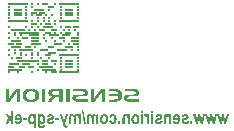
<source format=gbo>
G04*
G04 #@! TF.GenerationSoftware,Altium Limited,Altium Designer,21.0.9 (235)*
G04*
G04 Layer_Color=24703*
%FSLAX25Y25*%
%MOIN*%
G70*
G04*
G04 #@! TF.SameCoordinates,BF7D474B-E12B-4DDB-9B88-BAE4D01EB7A6*
G04*
G04*
G04 #@! TF.FilePolarity,Positive*
G04*
G01*
G75*
%ADD52R,0.06650X0.00949*%
%ADD53R,0.01902X0.00949*%
%ADD54R,0.03799X0.00949*%
%ADD55R,0.02850X0.00949*%
%ADD56R,0.00949X0.00949*%
%ADD57R,0.01902X0.00949*%
%ADD58R,0.03803X0.00949*%
%ADD59R,0.02850X0.00953*%
%ADD60R,0.03803X0.00949*%
%ADD61R,0.06653X0.00949*%
%ADD62R,0.04752X0.00953*%
%ADD63R,0.00953X0.00953*%
%ADD64R,0.01902X0.00953*%
%ADD65R,0.07602X0.00953*%
%ADD66R,0.00953X0.00949*%
%ADD67R,0.03803X0.00953*%
%ADD68R,0.00953X0.00953*%
%ADD69R,0.00949X0.00953*%
%ADD70R,0.00949X0.00953*%
%ADD71R,0.01898X0.00953*%
%ADD72R,0.00953X0.00949*%
%ADD73R,0.04752X0.00949*%
%ADD74R,0.02850X0.00949*%
%ADD75R,0.00949X0.00949*%
%ADD76R,0.00953X0.00949*%
%ADD77R,0.00953X0.00953*%
%ADD78R,0.04752X0.00949*%
%ADD79R,0.01902X0.00953*%
%ADD80R,0.01898X0.00953*%
%ADD81R,0.01898X0.00949*%
%ADD82R,0.01902X0.00953*%
%ADD83R,0.00949X0.00953*%
%ADD84R,0.01898X0.00953*%
%ADD85R,0.00949X0.00949*%
%ADD86R,0.02850X0.00953*%
%ADD87R,0.02850X0.00949*%
%ADD88R,0.02850X0.00953*%
G36*
X5090Y17596D02*
Y17506D01*
Y17416D01*
Y17325D01*
Y17235D01*
Y17145D01*
Y17055D01*
Y16965D01*
Y16875D01*
Y16785D01*
Y16695D01*
Y16605D01*
Y16515D01*
Y16425D01*
Y16335D01*
Y16245D01*
Y16155D01*
Y16065D01*
Y15975D01*
Y15885D01*
Y15795D01*
Y15705D01*
Y15614D01*
Y15524D01*
Y15434D01*
Y15344D01*
Y15254D01*
Y15164D01*
Y15074D01*
Y14984D01*
Y14894D01*
Y14804D01*
Y14714D01*
Y14624D01*
Y14534D01*
Y14444D01*
Y14354D01*
Y14264D01*
Y14174D01*
Y14083D01*
Y13993D01*
Y13903D01*
Y13813D01*
Y13723D01*
Y13633D01*
Y13543D01*
X6441D01*
Y13633D01*
X6531D01*
Y13723D01*
X6621D01*
Y13813D01*
X6711D01*
Y13903D01*
Y13993D01*
X6801D01*
Y14083D01*
X6891D01*
Y14174D01*
X6981D01*
Y14264D01*
Y14354D01*
X7071D01*
Y14444D01*
X7161D01*
Y14534D01*
X7252D01*
Y14624D01*
Y14714D01*
X7342D01*
Y14804D01*
X7432D01*
Y14894D01*
X7522D01*
Y14984D01*
Y15074D01*
X7612D01*
Y15164D01*
X7702D01*
Y15254D01*
X7792D01*
Y15344D01*
Y15434D01*
X7882D01*
Y15524D01*
X7972D01*
Y15614D01*
X8062D01*
Y15705D01*
Y15795D01*
X8152D01*
Y15885D01*
X8242D01*
Y15975D01*
X8332D01*
Y16065D01*
X8422D01*
Y16155D01*
Y16245D01*
X8512D01*
Y16335D01*
X8602D01*
Y16425D01*
X8692D01*
Y16515D01*
Y16605D01*
X8783D01*
Y16515D01*
Y16425D01*
Y16335D01*
Y16245D01*
Y16155D01*
Y16065D01*
Y15975D01*
Y15885D01*
Y15795D01*
Y15705D01*
Y15614D01*
Y15524D01*
Y15434D01*
Y15344D01*
Y15254D01*
Y15164D01*
Y15074D01*
Y14984D01*
Y14894D01*
Y14804D01*
Y14714D01*
Y14624D01*
Y14534D01*
Y14444D01*
Y14354D01*
Y14264D01*
Y14174D01*
Y14083D01*
Y13993D01*
Y13903D01*
Y13813D01*
Y13723D01*
Y13633D01*
Y13543D01*
X9953D01*
Y13633D01*
Y13723D01*
Y13813D01*
Y13903D01*
Y13993D01*
Y14083D01*
Y14174D01*
Y14264D01*
Y14354D01*
Y14444D01*
Y14534D01*
Y14624D01*
Y14714D01*
Y14804D01*
Y14894D01*
Y14984D01*
Y15074D01*
Y15164D01*
Y15254D01*
Y15344D01*
Y15434D01*
Y15524D01*
Y15614D01*
Y15705D01*
Y15795D01*
Y15885D01*
Y15975D01*
Y16065D01*
Y16155D01*
Y16245D01*
Y16335D01*
Y16425D01*
Y16515D01*
Y16605D01*
Y16695D01*
Y16785D01*
Y16875D01*
Y16965D01*
Y17055D01*
Y17145D01*
Y17235D01*
Y17325D01*
Y17416D01*
Y17506D01*
Y17596D01*
Y17686D01*
X8422D01*
Y17596D01*
Y17506D01*
X8332D01*
Y17416D01*
X8242D01*
Y17325D01*
X8152D01*
Y17235D01*
Y17145D01*
X8062D01*
Y17055D01*
X7972D01*
Y16965D01*
X7882D01*
Y16875D01*
X7792D01*
Y16785D01*
Y16695D01*
X7702D01*
Y16605D01*
X7612D01*
Y16515D01*
X7522D01*
Y16425D01*
Y16335D01*
X7432D01*
Y16245D01*
X7342D01*
Y16155D01*
X7252D01*
Y16065D01*
Y15975D01*
X7161D01*
Y15885D01*
X7071D01*
Y15795D01*
X6981D01*
Y15705D01*
Y15614D01*
X6891D01*
Y15524D01*
X6801D01*
Y15434D01*
X6711D01*
Y15344D01*
Y15254D01*
X6621D01*
Y15164D01*
X6531D01*
Y15074D01*
X6441D01*
Y14984D01*
Y14894D01*
X6351D01*
Y14804D01*
X6171D01*
Y14894D01*
Y14984D01*
Y15074D01*
Y15164D01*
Y15254D01*
Y15344D01*
Y15434D01*
Y15524D01*
Y15614D01*
Y15705D01*
Y15795D01*
Y15885D01*
Y15975D01*
Y16065D01*
Y16155D01*
Y16245D01*
Y16335D01*
Y16425D01*
Y16515D01*
Y16605D01*
Y16695D01*
Y16785D01*
Y16875D01*
Y16965D01*
Y17055D01*
Y17145D01*
Y17235D01*
Y17325D01*
Y17416D01*
Y17506D01*
Y17596D01*
Y17686D01*
X5090D01*
Y17596D01*
D02*
G37*
G36*
X13195Y17686D02*
X12385D01*
Y17596D01*
X12025D01*
Y17506D01*
X11844D01*
Y17416D01*
X11664D01*
Y17325D01*
X11484D01*
Y17235D01*
X11394D01*
Y17145D01*
X11304D01*
Y17055D01*
X11214D01*
Y16965D01*
X11124D01*
Y16875D01*
X11034D01*
Y16785D01*
Y16695D01*
X10944D01*
Y16605D01*
Y16515D01*
X10854D01*
Y16425D01*
Y16335D01*
Y16245D01*
Y16155D01*
X10764D01*
Y16065D01*
Y15975D01*
Y15885D01*
Y15795D01*
Y15705D01*
Y15614D01*
Y15524D01*
Y15434D01*
Y15344D01*
Y15254D01*
Y15164D01*
Y15074D01*
Y14984D01*
X10854D01*
Y14894D01*
Y14804D01*
Y14714D01*
X10944D01*
Y14624D01*
Y14534D01*
X11034D01*
Y14444D01*
Y14354D01*
X11124D01*
Y14264D01*
Y14174D01*
X11214D01*
Y14083D01*
X11304D01*
Y13993D01*
X11484D01*
Y13903D01*
X11574D01*
Y13813D01*
X11754D01*
Y13723D01*
X11935D01*
Y13633D01*
X12205D01*
Y13543D01*
X12655D01*
Y13453D01*
X14366D01*
Y13543D01*
X14816D01*
Y13633D01*
X15087D01*
Y13723D01*
X15267D01*
Y13813D01*
X15447D01*
Y13903D01*
X15537D01*
Y13993D01*
X15717D01*
Y14083D01*
X15807D01*
Y14174D01*
X15897D01*
Y14264D01*
Y14354D01*
X15987D01*
Y14444D01*
X16077D01*
Y14534D01*
Y14624D01*
Y14714D01*
X16167D01*
Y14804D01*
Y14894D01*
Y14984D01*
Y15074D01*
X16257D01*
Y15164D01*
Y15254D01*
Y15344D01*
Y15434D01*
Y15524D01*
Y15614D01*
Y15705D01*
Y15795D01*
Y15885D01*
Y15975D01*
Y16065D01*
Y16155D01*
X16167D01*
Y16245D01*
Y16335D01*
Y16425D01*
Y16515D01*
X16077D01*
Y16605D01*
Y16695D01*
X15987D01*
Y16785D01*
Y16875D01*
X15897D01*
Y16965D01*
X15807D01*
Y17055D01*
X15717D01*
Y17145D01*
X15627D01*
Y17235D01*
X15537D01*
Y17325D01*
X15357D01*
Y17416D01*
X15177D01*
Y17506D01*
X14997D01*
Y17596D01*
X14636D01*
Y17686D01*
X13826D01*
Y17776D01*
X13195D01*
Y17686D01*
D02*
G37*
G36*
X17068Y17596D02*
Y17506D01*
Y17416D01*
Y17325D01*
Y17235D01*
Y17145D01*
Y17055D01*
Y16965D01*
Y16875D01*
Y16785D01*
Y16695D01*
Y16605D01*
Y16515D01*
Y16425D01*
Y16335D01*
Y16245D01*
Y16155D01*
Y16065D01*
Y15975D01*
Y15885D01*
Y15795D01*
Y15705D01*
Y15614D01*
Y15524D01*
Y15434D01*
Y15344D01*
Y15254D01*
Y15164D01*
Y15074D01*
Y14984D01*
Y14894D01*
Y14804D01*
Y14714D01*
Y14624D01*
Y14534D01*
Y14444D01*
Y14354D01*
Y14264D01*
Y14174D01*
Y14083D01*
Y13993D01*
Y13903D01*
Y13813D01*
Y13723D01*
Y13633D01*
Y13543D01*
X18239D01*
Y13633D01*
Y13723D01*
Y13813D01*
Y13903D01*
Y13993D01*
Y14083D01*
Y14174D01*
Y14264D01*
Y14354D01*
Y14444D01*
Y14534D01*
Y14624D01*
Y14714D01*
Y14804D01*
Y14894D01*
Y14984D01*
Y15074D01*
Y15164D01*
Y15254D01*
Y15344D01*
Y15434D01*
Y15524D01*
Y15614D01*
Y15705D01*
Y15795D01*
Y15885D01*
Y15975D01*
Y16065D01*
Y16155D01*
Y16245D01*
Y16335D01*
Y16425D01*
Y16515D01*
Y16605D01*
Y16695D01*
Y16785D01*
Y16875D01*
Y16965D01*
Y17055D01*
Y17145D01*
Y17235D01*
Y17325D01*
Y17416D01*
Y17506D01*
Y17596D01*
Y17686D01*
X17068D01*
Y17596D01*
D02*
G37*
G36*
X20760D02*
X20220D01*
Y17506D01*
X19950D01*
Y17416D01*
X19770D01*
Y17325D01*
X19589D01*
Y17235D01*
X19499D01*
Y17145D01*
Y17055D01*
X19409D01*
Y16965D01*
Y16875D01*
X19319D01*
Y16785D01*
Y16695D01*
Y16605D01*
Y16515D01*
Y16425D01*
Y16335D01*
Y16245D01*
Y16155D01*
Y16065D01*
Y15975D01*
X19409D01*
Y15885D01*
Y15795D01*
X19499D01*
Y15705D01*
X19589D01*
Y15614D01*
X19680D01*
Y15524D01*
X19770D01*
Y15434D01*
X19950D01*
Y15344D01*
X20220D01*
Y15254D01*
X20400D01*
Y15164D01*
X20310D01*
Y15074D01*
X20220D01*
Y14984D01*
X20130D01*
Y14894D01*
X20040D01*
Y14804D01*
Y14714D01*
X19950D01*
Y14624D01*
X19860D01*
Y14534D01*
X19770D01*
Y14444D01*
Y14354D01*
X19680D01*
Y14264D01*
X19589D01*
Y14174D01*
X19499D01*
Y14083D01*
X19409D01*
Y13993D01*
Y13903D01*
X19319D01*
Y13813D01*
X19229D01*
Y13723D01*
X19139D01*
Y13633D01*
X19049D01*
Y13543D01*
X20400D01*
Y13633D01*
X20490D01*
Y13723D01*
Y13813D01*
X20580D01*
Y13903D01*
X20670D01*
Y13993D01*
X20760D01*
Y14083D01*
Y14174D01*
X20850D01*
Y14264D01*
X20940D01*
Y14354D01*
X21030D01*
Y14444D01*
Y14534D01*
X21120D01*
Y14624D01*
X21211D01*
Y14714D01*
Y14804D01*
X21301D01*
Y14894D01*
X21391D01*
Y14984D01*
X21481D01*
Y15074D01*
Y15164D01*
X22922D01*
Y15074D01*
Y14984D01*
Y14894D01*
Y14804D01*
Y14714D01*
Y14624D01*
Y14534D01*
Y14444D01*
Y14354D01*
Y14264D01*
Y14174D01*
Y14083D01*
Y13993D01*
Y13903D01*
Y13813D01*
Y13723D01*
Y13633D01*
Y13543D01*
X24092D01*
Y13633D01*
Y13723D01*
Y13813D01*
Y13903D01*
Y13993D01*
Y14083D01*
Y14174D01*
Y14264D01*
Y14354D01*
Y14444D01*
Y14534D01*
Y14624D01*
Y14714D01*
Y14804D01*
Y14894D01*
Y14984D01*
Y15074D01*
Y15164D01*
Y15254D01*
Y15344D01*
Y15434D01*
Y15524D01*
Y15614D01*
Y15705D01*
Y15795D01*
Y15885D01*
Y15975D01*
Y16065D01*
Y16155D01*
Y16245D01*
Y16335D01*
Y16425D01*
Y16515D01*
Y16605D01*
Y16695D01*
Y16785D01*
Y16875D01*
Y16965D01*
Y17055D01*
Y17145D01*
Y17235D01*
Y17325D01*
Y17416D01*
Y17506D01*
Y17596D01*
Y17686D01*
X20760D01*
Y17596D01*
D02*
G37*
G36*
X25263D02*
Y17506D01*
Y17416D01*
Y17325D01*
Y17235D01*
Y17145D01*
Y17055D01*
Y16965D01*
Y16875D01*
Y16785D01*
Y16695D01*
Y16605D01*
Y16515D01*
Y16425D01*
Y16335D01*
Y16245D01*
Y16155D01*
Y16065D01*
Y15975D01*
Y15885D01*
Y15795D01*
Y15705D01*
Y15614D01*
Y15524D01*
Y15434D01*
Y15344D01*
Y15254D01*
Y15164D01*
Y15074D01*
Y14984D01*
Y14894D01*
Y14804D01*
Y14714D01*
Y14624D01*
Y14534D01*
Y14444D01*
Y14354D01*
Y14264D01*
Y14174D01*
Y14083D01*
Y13993D01*
Y13903D01*
Y13813D01*
Y13723D01*
Y13633D01*
Y13543D01*
X26434D01*
Y13633D01*
Y13723D01*
Y13813D01*
Y13903D01*
Y13993D01*
Y14083D01*
Y14174D01*
Y14264D01*
Y14354D01*
Y14444D01*
Y14534D01*
Y14624D01*
Y14714D01*
Y14804D01*
Y14894D01*
Y14984D01*
Y15074D01*
Y15164D01*
Y15254D01*
Y15344D01*
Y15434D01*
Y15524D01*
Y15614D01*
Y15705D01*
Y15795D01*
Y15885D01*
Y15975D01*
Y16065D01*
Y16155D01*
Y16245D01*
Y16335D01*
Y16425D01*
Y16515D01*
Y16605D01*
Y16695D01*
Y16785D01*
Y16875D01*
Y16965D01*
Y17055D01*
Y17145D01*
Y17235D01*
Y17325D01*
Y17416D01*
Y17506D01*
Y17596D01*
Y17686D01*
X25263D01*
Y17596D01*
D02*
G37*
G36*
X27605D02*
Y17506D01*
Y17416D01*
Y17325D01*
Y17235D01*
Y17145D01*
Y17055D01*
Y16965D01*
X30847D01*
Y16875D01*
X31117D01*
Y16785D01*
X31297D01*
Y16695D01*
Y16605D01*
X31387D01*
Y16515D01*
Y16425D01*
Y16335D01*
Y16245D01*
Y16155D01*
X31297D01*
Y16065D01*
X31207D01*
Y15975D01*
X30847D01*
Y15885D01*
X28235D01*
Y15795D01*
X27965D01*
Y15705D01*
X27785D01*
Y15614D01*
X27605D01*
Y15524D01*
X27514D01*
Y15434D01*
Y15344D01*
X27424D01*
Y15254D01*
Y15164D01*
Y15074D01*
Y14984D01*
X27334D01*
Y14894D01*
Y14804D01*
Y14714D01*
Y14624D01*
Y14534D01*
X27424D01*
Y14444D01*
Y14354D01*
Y14264D01*
Y14174D01*
X27514D01*
Y14083D01*
X27605D01*
Y13993D01*
X27695D01*
Y13903D01*
X27785D01*
Y13813D01*
X27965D01*
Y13723D01*
X28145D01*
Y13633D01*
X28505D01*
Y13543D01*
X32378D01*
Y13633D01*
Y13723D01*
Y13813D01*
Y13903D01*
Y13993D01*
Y14083D01*
Y14174D01*
Y14264D01*
X28865D01*
Y14354D01*
X28685D01*
Y14444D01*
X28595D01*
Y14534D01*
Y14624D01*
Y14714D01*
Y14804D01*
Y14894D01*
Y14984D01*
X28685D01*
Y15074D01*
X28775D01*
Y15164D01*
X29046D01*
Y15254D01*
X31657D01*
Y15344D01*
X31927D01*
Y15434D01*
X32107D01*
Y15524D01*
X32288D01*
Y15614D01*
X32378D01*
Y15705D01*
X32468D01*
Y15795D01*
Y15885D01*
X32558D01*
Y15975D01*
Y16065D01*
Y16155D01*
Y16245D01*
Y16335D01*
Y16425D01*
Y16515D01*
Y16605D01*
Y16695D01*
Y16785D01*
Y16875D01*
Y16965D01*
X32468D01*
Y17055D01*
Y17145D01*
X32378D01*
Y17235D01*
X32288D01*
Y17325D01*
X32107D01*
Y17416D01*
X31927D01*
Y17506D01*
X31747D01*
Y17596D01*
X31297D01*
Y17686D01*
X31207D01*
Y17596D01*
X31117D01*
Y17686D01*
X27605D01*
Y17596D01*
D02*
G37*
G36*
X33458D02*
Y17506D01*
Y17416D01*
Y17325D01*
Y17235D01*
Y17145D01*
Y17055D01*
Y16965D01*
Y16875D01*
Y16785D01*
Y16695D01*
Y16605D01*
Y16515D01*
Y16425D01*
Y16335D01*
Y16245D01*
Y16155D01*
Y16065D01*
Y15975D01*
Y15885D01*
Y15795D01*
Y15705D01*
Y15614D01*
Y15524D01*
Y15434D01*
Y15344D01*
Y15254D01*
Y15164D01*
Y15074D01*
Y14984D01*
Y14894D01*
Y14804D01*
Y14714D01*
Y14624D01*
Y14534D01*
Y14444D01*
Y14354D01*
Y14264D01*
Y14174D01*
Y14083D01*
Y13993D01*
Y13903D01*
Y13813D01*
Y13723D01*
Y13633D01*
Y13543D01*
X34809D01*
Y13633D01*
X34899D01*
Y13723D01*
X34989D01*
Y13813D01*
X35079D01*
Y13903D01*
Y13993D01*
X35170D01*
Y14083D01*
X35260D01*
Y14174D01*
X35350D01*
Y14264D01*
Y14354D01*
X35440D01*
Y14444D01*
X35530D01*
Y14534D01*
X35620D01*
Y14624D01*
Y14714D01*
X35710D01*
Y14804D01*
X35800D01*
Y14894D01*
X35890D01*
Y14984D01*
Y15074D01*
X35980D01*
Y15164D01*
X36070D01*
Y15254D01*
X36160D01*
Y15344D01*
Y15434D01*
X36250D01*
Y15524D01*
X36340D01*
Y15614D01*
X36430D01*
Y15705D01*
X36520D01*
Y15795D01*
Y15885D01*
X36610D01*
Y15975D01*
X36700D01*
Y16065D01*
X36790D01*
Y16155D01*
Y16245D01*
X36881D01*
Y16335D01*
X36971D01*
Y16425D01*
X37061D01*
Y16515D01*
Y16605D01*
X37241D01*
Y16515D01*
Y16425D01*
Y16335D01*
Y16245D01*
Y16155D01*
Y16065D01*
Y15975D01*
Y15885D01*
Y15795D01*
Y15705D01*
Y15614D01*
Y15524D01*
Y15434D01*
Y15344D01*
Y15254D01*
Y15164D01*
Y15074D01*
Y14984D01*
Y14894D01*
Y14804D01*
Y14714D01*
Y14624D01*
Y14534D01*
Y14444D01*
Y14354D01*
Y14264D01*
Y14174D01*
Y14083D01*
Y13993D01*
Y13903D01*
Y13813D01*
Y13723D01*
Y13633D01*
Y13543D01*
X38322D01*
Y13633D01*
Y13723D01*
Y13813D01*
Y13903D01*
Y13993D01*
Y14083D01*
Y14174D01*
Y14264D01*
Y14354D01*
Y14444D01*
Y14534D01*
Y14624D01*
Y14714D01*
Y14804D01*
Y14894D01*
Y14984D01*
Y15074D01*
Y15164D01*
Y15254D01*
Y15344D01*
Y15434D01*
Y15524D01*
Y15614D01*
Y15705D01*
Y15795D01*
Y15885D01*
Y15975D01*
Y16065D01*
Y16155D01*
Y16245D01*
Y16335D01*
Y16425D01*
Y16515D01*
Y16605D01*
Y16695D01*
Y16785D01*
Y16875D01*
Y16965D01*
Y17055D01*
Y17145D01*
Y17235D01*
Y17325D01*
Y17416D01*
Y17506D01*
Y17596D01*
Y17686D01*
X36790D01*
Y17596D01*
Y17506D01*
X36700D01*
Y17416D01*
X36610D01*
Y17325D01*
X36520D01*
Y17235D01*
Y17145D01*
X36430D01*
Y17055D01*
X36340D01*
Y16965D01*
X36250D01*
Y16875D01*
Y16785D01*
X36160D01*
Y16695D01*
X36070D01*
Y16605D01*
X35980D01*
Y16515D01*
X35890D01*
Y16425D01*
Y16335D01*
X35800D01*
Y16245D01*
X35710D01*
Y16155D01*
X35620D01*
Y16065D01*
Y15975D01*
X35530D01*
Y15885D01*
X35440D01*
Y15795D01*
X35350D01*
Y15705D01*
Y15614D01*
X35260D01*
Y15524D01*
X35170D01*
Y15434D01*
X35079D01*
Y15344D01*
Y15254D01*
X34989D01*
Y15164D01*
X34899D01*
Y15074D01*
X34809D01*
Y14984D01*
Y14894D01*
X34719D01*
Y14804D01*
X34629D01*
Y14714D01*
X34539D01*
Y14804D01*
Y14894D01*
Y14984D01*
Y15074D01*
Y15164D01*
Y15254D01*
Y15344D01*
Y15434D01*
Y15524D01*
Y15614D01*
Y15705D01*
Y15795D01*
Y15885D01*
Y15975D01*
Y16065D01*
Y16155D01*
Y16245D01*
Y16335D01*
Y16425D01*
Y16515D01*
Y16605D01*
Y16695D01*
Y16785D01*
Y16875D01*
Y16965D01*
Y17055D01*
Y17145D01*
Y17235D01*
Y17325D01*
Y17416D01*
Y17506D01*
Y17596D01*
Y17686D01*
X33458D01*
Y17596D01*
D02*
G37*
G36*
X39402D02*
Y17506D01*
Y17416D01*
Y17325D01*
Y17235D01*
Y17145D01*
Y17055D01*
Y16965D01*
X41744D01*
Y16875D01*
X42014D01*
Y16785D01*
X42194D01*
Y16695D01*
X42284D01*
Y16605D01*
X42374D01*
Y16515D01*
X42464D01*
Y16425D01*
Y16335D01*
X42554D01*
Y16245D01*
Y16155D01*
Y16065D01*
Y15975D01*
X39402D01*
Y15885D01*
Y15795D01*
Y15705D01*
Y15614D01*
Y15524D01*
Y15434D01*
Y15344D01*
Y15254D01*
X42554D01*
Y15164D01*
Y15074D01*
Y14984D01*
Y14894D01*
Y14804D01*
X42464D01*
Y14714D01*
Y14624D01*
X42374D01*
Y14534D01*
X42284D01*
Y14444D01*
X42194D01*
Y14354D01*
X41924D01*
Y14264D01*
X41293D01*
Y14174D01*
X39402D01*
Y14083D01*
Y13993D01*
Y13903D01*
Y13813D01*
Y13723D01*
Y13633D01*
Y13543D01*
X42194D01*
Y13633D01*
X42554D01*
Y13723D01*
X42824D01*
Y13813D01*
X43005D01*
Y13903D01*
X43095D01*
Y13993D01*
X43275D01*
Y14083D01*
X43365D01*
Y14174D01*
X43455D01*
Y14264D01*
X43545D01*
Y14354D01*
Y14444D01*
X43635D01*
Y14534D01*
X43725D01*
Y14624D01*
Y14714D01*
Y14804D01*
X43815D01*
Y14894D01*
Y14984D01*
Y15074D01*
Y15164D01*
Y15254D01*
X43905D01*
Y15344D01*
Y15434D01*
Y15524D01*
Y15614D01*
Y15705D01*
Y15795D01*
X43815D01*
Y15885D01*
Y15975D01*
Y16065D01*
Y16155D01*
Y16245D01*
Y16335D01*
X43725D01*
Y16425D01*
Y16515D01*
Y16605D01*
X43635D01*
Y16695D01*
Y16785D01*
X43545D01*
Y16875D01*
X43455D01*
Y16965D01*
X43365D01*
Y17055D01*
X43275D01*
Y17145D01*
X43185D01*
Y17235D01*
X43095D01*
Y17325D01*
X42914D01*
Y17416D01*
X42644D01*
Y17506D01*
X42374D01*
Y17596D01*
X41744D01*
Y17686D01*
X39402D01*
Y17596D01*
D02*
G37*
G36*
X44716D02*
Y17506D01*
Y17416D01*
Y17325D01*
Y17235D01*
Y17145D01*
Y17055D01*
Y16965D01*
X47958D01*
Y16875D01*
X48228D01*
Y16785D01*
X48318D01*
Y16695D01*
X48408D01*
Y16605D01*
Y16515D01*
X48498D01*
Y16425D01*
Y16335D01*
Y16245D01*
X48408D01*
Y16155D01*
X48318D01*
Y16065D01*
X48228D01*
Y15975D01*
X47958D01*
Y15885D01*
X45256D01*
Y15795D01*
X44986D01*
Y15705D01*
X44806D01*
Y15614D01*
X44716D01*
Y15524D01*
X44625D01*
Y15434D01*
X44535D01*
Y15344D01*
Y15254D01*
X44445D01*
Y15164D01*
Y15074D01*
Y14984D01*
Y14894D01*
Y14804D01*
Y14714D01*
Y14624D01*
Y14534D01*
Y14444D01*
Y14354D01*
X44535D01*
Y14264D01*
Y14174D01*
X44625D01*
Y14083D01*
Y13993D01*
X44716D01*
Y13903D01*
X44806D01*
Y13813D01*
X44986D01*
Y13723D01*
X45166D01*
Y13633D01*
X45616D01*
Y13543D01*
X49399D01*
Y13633D01*
Y13723D01*
Y13813D01*
Y13903D01*
Y13993D01*
Y14083D01*
Y14174D01*
Y14264D01*
X45976D01*
Y14354D01*
X45796D01*
Y14444D01*
X45706D01*
Y14534D01*
X45616D01*
Y14624D01*
Y14714D01*
Y14804D01*
Y14894D01*
X45706D01*
Y14984D01*
Y15074D01*
X45886D01*
Y15164D01*
X46156D01*
Y15254D01*
X48678D01*
Y15344D01*
X49038D01*
Y15434D01*
X49218D01*
Y15524D01*
X49309D01*
Y15614D01*
X49399D01*
Y15705D01*
X49489D01*
Y15795D01*
X49579D01*
Y15885D01*
Y15975D01*
X49669D01*
Y16065D01*
Y16155D01*
Y16245D01*
Y16335D01*
Y16425D01*
Y16515D01*
Y16605D01*
Y16695D01*
Y16785D01*
X49579D01*
Y16875D01*
Y16965D01*
Y17055D01*
X49489D01*
Y17145D01*
X49399D01*
Y17235D01*
X49309D01*
Y17325D01*
X49218D01*
Y17416D01*
X49038D01*
Y17506D01*
X48768D01*
Y17596D01*
X48228D01*
Y17686D01*
X44716D01*
Y17596D01*
D02*
G37*
G36*
X54316Y9732D02*
X53620D01*
Y10516D01*
X54316D01*
Y9732D01*
D02*
G37*
G36*
X50929D02*
X50233Y9732D01*
Y10516D01*
X50929Y10516D01*
Y9732D01*
D02*
G37*
G36*
X34646Y9366D02*
X34728Y9354D01*
X34805Y9330D01*
X34870Y9307D01*
X34929Y9283D01*
X34970Y9260D01*
X34994Y9248D01*
X35005Y9242D01*
X35076Y9189D01*
X35147Y9124D01*
X35212Y9059D01*
X35265Y9000D01*
X35312Y8941D01*
X35348Y8894D01*
X35371Y8864D01*
X35377Y8858D01*
Y9295D01*
X36026D01*
Y6085D01*
X35330D01*
Y7643D01*
Y7726D01*
Y7808D01*
X35324Y7879D01*
Y7950D01*
X35318Y8009D01*
X35312Y8062D01*
X35300Y8156D01*
X35294Y8227D01*
X35283Y8274D01*
X35277Y8304D01*
Y8316D01*
X35253Y8386D01*
X35224Y8445D01*
X35188Y8499D01*
X35159Y8540D01*
X35129Y8575D01*
X35112Y8599D01*
X35094Y8611D01*
X35088Y8617D01*
X35041Y8652D01*
X34988Y8676D01*
X34940Y8699D01*
X34893Y8711D01*
X34858Y8717D01*
X34828Y8723D01*
X34799D01*
X34722Y8717D01*
X34651Y8693D01*
X34598Y8658D01*
X34557Y8622D01*
X34528Y8587D01*
X34510Y8552D01*
X34498Y8528D01*
X34492Y8522D01*
X34480Y8487D01*
X34474Y8451D01*
X34463Y8404D01*
X34457Y8351D01*
X34445Y8239D01*
X34439Y8127D01*
X34433Y8021D01*
Y7967D01*
Y7926D01*
Y7891D01*
Y7867D01*
Y7850D01*
Y7844D01*
Y6085D01*
X33737D01*
Y7625D01*
Y7743D01*
X33731Y7850D01*
X33725Y7950D01*
X33713Y8038D01*
X33702Y8115D01*
X33690Y8186D01*
X33678Y8251D01*
X33666Y8304D01*
X33654Y8351D01*
X33643Y8392D01*
X33631Y8428D01*
X33619Y8451D01*
X33607Y8475D01*
X33601Y8487D01*
X33595Y8499D01*
X33536Y8575D01*
X33477Y8628D01*
X33412Y8670D01*
X33353Y8693D01*
X33300Y8711D01*
X33259Y8717D01*
X33230Y8723D01*
X33218D01*
X33147Y8717D01*
X33088Y8699D01*
X33041Y8670D01*
X32999Y8646D01*
X32970Y8617D01*
X32946Y8587D01*
X32934Y8569D01*
X32929Y8563D01*
X32911Y8528D01*
X32899Y8493D01*
X32875Y8398D01*
X32864Y8292D01*
X32852Y8180D01*
X32846Y8080D01*
X32840Y8038D01*
Y7997D01*
Y7967D01*
Y7944D01*
Y7926D01*
Y7920D01*
Y6085D01*
X32144D01*
Y8139D01*
Y8227D01*
X32150Y8310D01*
X32156Y8392D01*
X32162Y8463D01*
X32168Y8528D01*
X32179Y8587D01*
X32197Y8693D01*
X32215Y8770D01*
X32232Y8823D01*
X32244Y8858D01*
X32250Y8870D01*
X32291Y8959D01*
X32339Y9030D01*
X32386Y9094D01*
X32433Y9148D01*
X32480Y9189D01*
X32516Y9218D01*
X32539Y9236D01*
X32545Y9242D01*
X32622Y9283D01*
X32699Y9319D01*
X32775Y9342D01*
X32852Y9354D01*
X32917Y9366D01*
X32964Y9372D01*
X33011D01*
X33094Y9366D01*
X33171Y9354D01*
X33241Y9330D01*
X33306Y9307D01*
X33359Y9283D01*
X33401Y9260D01*
X33424Y9248D01*
X33436Y9242D01*
X33507Y9189D01*
X33578Y9130D01*
X33643Y9065D01*
X33702Y9000D01*
X33749Y8947D01*
X33784Y8900D01*
X33808Y8870D01*
X33814Y8864D01*
Y8858D01*
X33861Y8947D01*
X33914Y9024D01*
X33961Y9088D01*
X34008Y9148D01*
X34056Y9189D01*
X34091Y9218D01*
X34115Y9236D01*
X34120Y9242D01*
X34191Y9283D01*
X34268Y9319D01*
X34339Y9342D01*
X34409Y9354D01*
X34468Y9366D01*
X34516Y9372D01*
X34557D01*
X34646Y9366D01*
D02*
G37*
G36*
X28722D02*
X28804Y9354D01*
X28881Y9330D01*
X28946Y9307D01*
X29005Y9283D01*
X29046Y9260D01*
X29070Y9248D01*
X29082Y9242D01*
X29153Y9189D01*
X29223Y9124D01*
X29288Y9059D01*
X29341Y9000D01*
X29389Y8941D01*
X29424Y8894D01*
X29448Y8864D01*
X29454Y8858D01*
Y9295D01*
X30103D01*
Y6085D01*
X29406D01*
Y7643D01*
Y7726D01*
Y7808D01*
X29400Y7879D01*
Y7950D01*
X29395Y8009D01*
X29389Y8062D01*
X29377Y8156D01*
X29371Y8227D01*
X29359Y8274D01*
X29353Y8304D01*
Y8316D01*
X29330Y8386D01*
X29300Y8445D01*
X29265Y8499D01*
X29235Y8540D01*
X29206Y8575D01*
X29188Y8599D01*
X29170Y8611D01*
X29164Y8617D01*
X29117Y8652D01*
X29064Y8676D01*
X29017Y8699D01*
X28970Y8711D01*
X28934Y8717D01*
X28905Y8723D01*
X28875D01*
X28799Y8717D01*
X28728Y8693D01*
X28675Y8658D01*
X28633Y8622D01*
X28604Y8587D01*
X28586Y8552D01*
X28574Y8528D01*
X28569Y8522D01*
X28557Y8487D01*
X28551Y8451D01*
X28539Y8404D01*
X28533Y8351D01*
X28521Y8239D01*
X28515Y8127D01*
X28510Y8021D01*
Y7967D01*
Y7926D01*
Y7891D01*
Y7867D01*
Y7850D01*
Y7844D01*
Y6085D01*
X27813D01*
Y7625D01*
Y7743D01*
X27807Y7850D01*
X27801Y7950D01*
X27790Y8038D01*
X27778Y8115D01*
X27766Y8186D01*
X27754Y8251D01*
X27742Y8304D01*
X27731Y8351D01*
X27719Y8392D01*
X27707Y8428D01*
X27695Y8451D01*
X27683Y8475D01*
X27678Y8487D01*
X27672Y8499D01*
X27613Y8575D01*
X27554Y8628D01*
X27489Y8670D01*
X27430Y8693D01*
X27377Y8711D01*
X27335Y8717D01*
X27306Y8723D01*
X27294D01*
X27223Y8717D01*
X27164Y8699D01*
X27117Y8670D01*
X27076Y8646D01*
X27046Y8617D01*
X27023Y8587D01*
X27011Y8569D01*
X27005Y8563D01*
X26987Y8528D01*
X26976Y8493D01*
X26952Y8398D01*
X26940Y8292D01*
X26928Y8180D01*
X26922Y8080D01*
X26917Y8038D01*
Y7997D01*
Y7967D01*
Y7944D01*
Y7926D01*
Y7920D01*
Y6085D01*
X26220D01*
Y8139D01*
Y8227D01*
X26226Y8310D01*
X26232Y8392D01*
X26238Y8463D01*
X26244Y8528D01*
X26256Y8587D01*
X26273Y8693D01*
X26291Y8770D01*
X26309Y8823D01*
X26321Y8858D01*
X26327Y8870D01*
X26368Y8959D01*
X26415Y9030D01*
X26462Y9094D01*
X26509Y9148D01*
X26557Y9189D01*
X26592Y9218D01*
X26616Y9236D01*
X26621Y9242D01*
X26698Y9283D01*
X26775Y9319D01*
X26852Y9342D01*
X26928Y9354D01*
X26993Y9366D01*
X27040Y9372D01*
X27088D01*
X27170Y9366D01*
X27247Y9354D01*
X27318Y9330D01*
X27383Y9307D01*
X27436Y9283D01*
X27477Y9260D01*
X27501Y9248D01*
X27512Y9242D01*
X27583Y9189D01*
X27654Y9130D01*
X27719Y9065D01*
X27778Y9000D01*
X27825Y8947D01*
X27861Y8900D01*
X27884Y8870D01*
X27890Y8864D01*
Y8858D01*
X27937Y8947D01*
X27990Y9024D01*
X28038Y9088D01*
X28085Y9148D01*
X28132Y9189D01*
X28167Y9218D01*
X28191Y9236D01*
X28197Y9242D01*
X28268Y9283D01*
X28344Y9319D01*
X28415Y9342D01*
X28486Y9354D01*
X28545Y9366D01*
X28592Y9372D01*
X28633D01*
X28722Y9366D01*
D02*
G37*
G36*
X17323D02*
X17406Y9354D01*
X17482Y9330D01*
X17559Y9307D01*
X17689Y9236D01*
X17807Y9159D01*
X17854Y9118D01*
X17895Y9083D01*
X17937Y9047D01*
X17966Y9012D01*
X17990Y8988D01*
X18008Y8965D01*
X18019Y8953D01*
X18025Y8947D01*
X18084Y8864D01*
X18131Y8776D01*
X18173Y8676D01*
X18214Y8575D01*
X18273Y8369D01*
X18308Y8168D01*
X18320Y8080D01*
X18332Y7991D01*
X18338Y7908D01*
X18344Y7844D01*
X18350Y7785D01*
Y7743D01*
Y7720D01*
Y7708D01*
X18344Y7566D01*
X18332Y7431D01*
X18320Y7307D01*
X18297Y7189D01*
X18273Y7083D01*
X18244Y6982D01*
X18208Y6888D01*
X18179Y6805D01*
X18149Y6729D01*
X18114Y6664D01*
X18084Y6611D01*
X18061Y6563D01*
X18037Y6528D01*
X18019Y6504D01*
X18013Y6487D01*
X18008Y6481D01*
X17948Y6410D01*
X17889Y6351D01*
X17825Y6298D01*
X17766Y6251D01*
X17701Y6215D01*
X17642Y6180D01*
X17524Y6133D01*
X17423Y6109D01*
X17382Y6097D01*
X17341Y6091D01*
X17311Y6085D01*
X17270D01*
X17181Y6091D01*
X17099Y6103D01*
X17028Y6127D01*
X16963Y6150D01*
X16910Y6174D01*
X16869Y6197D01*
X16839Y6209D01*
X16833Y6215D01*
X16763Y6268D01*
X16692Y6333D01*
X16633Y6398D01*
X16580Y6457D01*
X16533Y6516D01*
X16503Y6563D01*
X16479Y6593D01*
X16474Y6605D01*
Y6138D01*
Y6032D01*
X16485Y5938D01*
X16491Y5861D01*
X16503Y5802D01*
X16515Y5755D01*
X16521Y5725D01*
X16533Y5708D01*
Y5702D01*
X16556Y5655D01*
X16580Y5619D01*
X16603Y5584D01*
X16627Y5560D01*
X16650Y5537D01*
X16668Y5525D01*
X16680Y5519D01*
X16686Y5513D01*
X16745Y5489D01*
X16804Y5472D01*
X16869Y5454D01*
X16928Y5448D01*
X16981Y5442D01*
X17022Y5436D01*
X17063D01*
X17134Y5442D01*
X17193Y5448D01*
X17246Y5460D01*
X17288Y5478D01*
X17317Y5489D01*
X17341Y5501D01*
X17353Y5507D01*
X17358Y5513D01*
X17388Y5548D01*
X17412Y5584D01*
X17447Y5666D01*
X17453Y5702D01*
X17459Y5731D01*
X17465Y5755D01*
Y5761D01*
X18261Y5879D01*
Y5779D01*
X18255Y5672D01*
X18238Y5566D01*
X18220Y5478D01*
X18190Y5401D01*
X18167Y5336D01*
X18149Y5289D01*
X18131Y5259D01*
X18125Y5248D01*
X18067Y5165D01*
X18008Y5100D01*
X17943Y5041D01*
X17878Y4988D01*
X17819Y4953D01*
X17772Y4929D01*
X17742Y4911D01*
X17730Y4905D01*
X17624Y4864D01*
X17512Y4835D01*
X17394Y4817D01*
X17282Y4805D01*
X17181Y4793D01*
X17140D01*
X17105Y4787D01*
X17034D01*
X16869Y4793D01*
X16721Y4811D01*
X16597Y4840D01*
X16491Y4870D01*
X16409Y4894D01*
X16350Y4923D01*
X16332Y4935D01*
X16314Y4941D01*
X16302Y4947D01*
X16208Y5012D01*
X16131Y5088D01*
X16060Y5165D01*
X16007Y5242D01*
X15960Y5313D01*
X15931Y5366D01*
X15919Y5389D01*
X15913Y5407D01*
X15907Y5413D01*
Y5419D01*
X15883Y5484D01*
X15866Y5554D01*
X15830Y5708D01*
X15807Y5873D01*
X15795Y6032D01*
X15789Y6109D01*
X15783Y6186D01*
Y6251D01*
X15777Y6304D01*
Y6351D01*
Y6386D01*
Y6410D01*
Y6416D01*
Y9295D01*
X16432D01*
Y8841D01*
X16491Y8935D01*
X16556Y9012D01*
X16615Y9083D01*
X16674Y9136D01*
X16721Y9183D01*
X16757Y9212D01*
X16780Y9230D01*
X16792Y9236D01*
X16869Y9283D01*
X16946Y9313D01*
X17022Y9336D01*
X17093Y9354D01*
X17152Y9366D01*
X17199Y9372D01*
X17241D01*
X17323Y9366D01*
D02*
G37*
G36*
X7488Y6085D02*
X6792D01*
Y7112D01*
X6473Y7525D01*
X5800Y6085D01*
X5057D01*
X6025Y8115D01*
X5122Y9295D01*
X5983D01*
X6792Y8174D01*
Y10522D01*
X7488D01*
Y6085D01*
D02*
G37*
G36*
X22916Y7265D02*
X21542D01*
Y8115D01*
X22916D01*
Y7265D01*
D02*
G37*
G36*
X12190D02*
X10815D01*
Y8115D01*
X12190D01*
Y7265D01*
D02*
G37*
G36*
X78677Y6085D02*
X78005D01*
X77556Y8145D01*
X77096Y6085D01*
X76435D01*
X75580Y9295D01*
X76270D01*
X76777Y7189D01*
X77220Y9295D01*
X77887D01*
X78341Y7189D01*
X78837Y9295D01*
X79509D01*
X78677Y6085D01*
D02*
G37*
G36*
X74724D02*
X74052D01*
X73603Y8145D01*
X73143Y6085D01*
X72482D01*
X71627Y9295D01*
X72317D01*
X72824Y7189D01*
X73267Y9295D01*
X73934D01*
X74388Y7189D01*
X74884Y9295D01*
X75556D01*
X74724Y6085D01*
D02*
G37*
G36*
X70771D02*
X70099D01*
X69650Y8145D01*
X69190Y6085D01*
X68529D01*
X67674Y9295D01*
X68364D01*
X68871Y7189D01*
X69314Y9295D01*
X69981D01*
X70435Y7189D01*
X70930Y9295D01*
X71603D01*
X70771Y6085D01*
D02*
G37*
G36*
X24869Y6074D02*
X24905Y5956D01*
X24934Y5855D01*
X24975Y5773D01*
X25005Y5708D01*
X25034Y5661D01*
X25058Y5625D01*
X25076Y5607D01*
X25082Y5602D01*
X25129Y5554D01*
X25182Y5525D01*
X25241Y5501D01*
X25288Y5484D01*
X25335Y5472D01*
X25371Y5466D01*
X25406D01*
X25506Y5472D01*
X25554Y5478D01*
X25601Y5489D01*
X25636Y5495D01*
X25666Y5501D01*
X25689Y5507D01*
X25695D01*
X25636Y4840D01*
X25495Y4811D01*
X25430Y4799D01*
X25365Y4793D01*
X25318D01*
X25276Y4787D01*
X25241D01*
X25146Y4793D01*
X25064Y4799D01*
X24987Y4817D01*
X24922Y4835D01*
X24875Y4846D01*
X24834Y4864D01*
X24810Y4870D01*
X24804Y4876D01*
X24739Y4911D01*
X24680Y4947D01*
X24627Y4988D01*
X24586Y5029D01*
X24551Y5065D01*
X24527Y5094D01*
X24509Y5112D01*
X24503Y5118D01*
X24462Y5183D01*
X24415Y5259D01*
X24379Y5342D01*
X24338Y5419D01*
X24309Y5495D01*
X24285Y5554D01*
X24279Y5578D01*
X24273Y5596D01*
X24267Y5602D01*
Y5607D01*
X24090Y6203D01*
X23158Y9295D01*
X23890D01*
X24503Y7006D01*
X25123Y9295D01*
X25866D01*
X24869Y6074D01*
D02*
G37*
G36*
X40888Y9366D02*
X40988Y9354D01*
X41076Y9330D01*
X41165Y9301D01*
X41248Y9271D01*
X41324Y9236D01*
X41395Y9195D01*
X41460Y9153D01*
X41513Y9112D01*
X41566Y9071D01*
X41607Y9035D01*
X41643Y9006D01*
X41672Y8976D01*
X41690Y8953D01*
X41702Y8941D01*
X41708Y8935D01*
X41767Y8852D01*
X41820Y8758D01*
X41867Y8658D01*
X41908Y8557D01*
X41944Y8451D01*
X41973Y8351D01*
X42015Y8145D01*
X42026Y8050D01*
X42038Y7962D01*
X42044Y7885D01*
X42050Y7814D01*
X42056Y7755D01*
Y7714D01*
Y7690D01*
Y7678D01*
X42050Y7554D01*
X42044Y7431D01*
X42026Y7313D01*
X42009Y7201D01*
X41985Y7100D01*
X41962Y7000D01*
X41932Y6911D01*
X41903Y6829D01*
X41873Y6758D01*
X41844Y6687D01*
X41820Y6634D01*
X41796Y6587D01*
X41779Y6546D01*
X41761Y6522D01*
X41755Y6504D01*
X41749Y6498D01*
X41684Y6410D01*
X41619Y6339D01*
X41543Y6274D01*
X41466Y6215D01*
X41389Y6168D01*
X41307Y6127D01*
X41230Y6097D01*
X41153Y6068D01*
X41082Y6050D01*
X41012Y6032D01*
X40953Y6026D01*
X40900Y6015D01*
X40852D01*
X40823Y6009D01*
X40793D01*
X40699Y6015D01*
X40610Y6021D01*
X40528Y6038D01*
X40451Y6056D01*
X40304Y6115D01*
X40174Y6192D01*
X40062Y6280D01*
X39961Y6374D01*
X39879Y6481D01*
X39802Y6593D01*
X39743Y6699D01*
X39690Y6805D01*
X39655Y6900D01*
X39619Y6988D01*
X39596Y7065D01*
X39584Y7124D01*
X39578Y7141D01*
X39572Y7159D01*
Y7165D01*
Y7171D01*
X40256Y7313D01*
X40280Y7195D01*
X40310Y7088D01*
X40339Y7006D01*
X40374Y6941D01*
X40398Y6888D01*
X40422Y6858D01*
X40439Y6835D01*
X40445Y6829D01*
X40492Y6787D01*
X40545Y6752D01*
X40599Y6729D01*
X40652Y6717D01*
X40693Y6705D01*
X40728Y6699D01*
X40764D01*
X40858Y6711D01*
X40941Y6734D01*
X41017Y6776D01*
X41076Y6817D01*
X41124Y6858D01*
X41159Y6900D01*
X41183Y6923D01*
X41189Y6935D01*
X41218Y6982D01*
X41242Y7035D01*
X41277Y7159D01*
X41307Y7295D01*
X41324Y7431D01*
X41336Y7549D01*
Y7602D01*
X41342Y7649D01*
Y7690D01*
Y7720D01*
Y7737D01*
Y7743D01*
Y7838D01*
X41336Y7926D01*
X41330Y8003D01*
X41318Y8080D01*
X41307Y8145D01*
X41295Y8203D01*
X41277Y8257D01*
X41265Y8310D01*
X41254Y8351D01*
X41236Y8386D01*
X41212Y8439D01*
X41194Y8469D01*
X41189Y8481D01*
X41124Y8557D01*
X41053Y8611D01*
X40988Y8652D01*
X40917Y8676D01*
X40858Y8693D01*
X40811Y8699D01*
X40782Y8705D01*
X40770D01*
X40699Y8699D01*
X40634Y8681D01*
X40575Y8658D01*
X40528Y8628D01*
X40481Y8587D01*
X40439Y8546D01*
X40380Y8451D01*
X40339Y8357D01*
X40321Y8316D01*
X40310Y8274D01*
X40304Y8245D01*
X40298Y8221D01*
X40292Y8203D01*
Y8198D01*
X39607Y8351D01*
X39631Y8445D01*
X39661Y8540D01*
X39696Y8622D01*
X39725Y8693D01*
X39761Y8764D01*
X39796Y8829D01*
X39832Y8888D01*
X39867Y8935D01*
X39902Y8982D01*
X39932Y9018D01*
X39961Y9053D01*
X39985Y9077D01*
X40003Y9100D01*
X40020Y9112D01*
X40026Y9124D01*
X40032D01*
X40144Y9206D01*
X40268Y9266D01*
X40398Y9313D01*
X40516Y9342D01*
X40622Y9360D01*
X40663Y9366D01*
X40705D01*
X40734Y9372D01*
X40782D01*
X40888Y9366D01*
D02*
G37*
G36*
X62163Y9366D02*
X62252Y9354D01*
X62334Y9336D01*
X62411Y9307D01*
X62552Y9242D01*
X62617Y9206D01*
X62670Y9165D01*
X62724Y9130D01*
X62765Y9088D01*
X62806Y9053D01*
X62836Y9024D01*
X62859Y8994D01*
X62877Y8976D01*
X62889Y8965D01*
X62895Y8959D01*
X62960Y8864D01*
X63019Y8764D01*
X63072Y8658D01*
X63113Y8552D01*
X63148Y8445D01*
X63178Y8339D01*
X63225Y8133D01*
X63243Y8038D01*
X63255Y7950D01*
X63261Y7867D01*
X63266Y7802D01*
X63272Y7743D01*
Y7702D01*
Y7678D01*
Y7667D01*
X63266Y7519D01*
X63255Y7378D01*
X63237Y7248D01*
X63213Y7124D01*
X63184Y7012D01*
X63154Y6905D01*
X63119Y6811D01*
X63083Y6729D01*
X63054Y6652D01*
X63019Y6587D01*
X62989Y6528D01*
X62960Y6481D01*
X62936Y6445D01*
X62918Y6422D01*
X62906Y6404D01*
X62901Y6398D01*
X62836Y6327D01*
X62771Y6268D01*
X62700Y6215D01*
X62623Y6174D01*
X62552Y6133D01*
X62476Y6103D01*
X62328Y6056D01*
X62263Y6044D01*
X62199Y6032D01*
X62145Y6021D01*
X62092Y6015D01*
X62051Y6009D01*
X61998D01*
X61844Y6021D01*
X61709Y6044D01*
X61585Y6080D01*
X61485Y6127D01*
X61402Y6168D01*
X61367Y6186D01*
X61337Y6203D01*
X61313Y6215D01*
X61296Y6227D01*
X61290Y6239D01*
X61284D01*
X61231Y6286D01*
X61178Y6339D01*
X61089Y6451D01*
X61019Y6575D01*
X60954Y6693D01*
X60906Y6799D01*
X60889Y6847D01*
X60871Y6882D01*
X60865Y6917D01*
X60853Y6941D01*
X60847Y6959D01*
Y6965D01*
X61538Y7106D01*
X61561Y7023D01*
X61591Y6953D01*
X61626Y6894D01*
X61656Y6841D01*
X61697Y6793D01*
X61732Y6758D01*
X61774Y6729D01*
X61809Y6705D01*
X61880Y6669D01*
X61939Y6652D01*
X61962D01*
X61974Y6646D01*
X61992D01*
X62075Y6658D01*
X62151Y6681D01*
X62216Y6711D01*
X62275Y6752D01*
X62322Y6787D01*
X62358Y6823D01*
X62381Y6847D01*
X62387Y6852D01*
X62440Y6941D01*
X62482Y7035D01*
X62511Y7136D01*
X62535Y7230D01*
X62547Y7318D01*
X62552Y7383D01*
X62558Y7413D01*
Y7431D01*
Y7442D01*
Y7448D01*
X60812D01*
Y7543D01*
X60818Y7714D01*
X60830Y7873D01*
X60847Y8021D01*
X60871Y8156D01*
X60900Y8280D01*
X60930Y8398D01*
X60965Y8504D01*
X60995Y8599D01*
X61030Y8681D01*
X61066Y8752D01*
X61095Y8811D01*
X61125Y8864D01*
X61148Y8906D01*
X61166Y8929D01*
X61178Y8947D01*
X61184Y8953D01*
X61249Y9030D01*
X61313Y9088D01*
X61384Y9148D01*
X61455Y9195D01*
X61532Y9236D01*
X61603Y9271D01*
X61673Y9295D01*
X61744Y9319D01*
X61809Y9336D01*
X61874Y9348D01*
X61927Y9360D01*
X61974Y9366D01*
X62016Y9372D01*
X62069D01*
X62163Y9366D01*
D02*
G37*
G36*
X9382Y9366D02*
X9470Y9354D01*
X9553Y9336D01*
X9629Y9307D01*
X9771Y9242D01*
X9836Y9206D01*
X9889Y9165D01*
X9942Y9130D01*
X9984Y9088D01*
X10025Y9053D01*
X10054Y9024D01*
X10078Y8994D01*
X10096Y8976D01*
X10107Y8965D01*
X10113Y8959D01*
X10178Y8864D01*
X10237Y8764D01*
X10290Y8658D01*
X10332Y8552D01*
X10367Y8445D01*
X10396Y8339D01*
X10444Y8133D01*
X10461Y8038D01*
X10473Y7950D01*
X10479Y7867D01*
X10485Y7802D01*
X10491Y7743D01*
Y7702D01*
Y7678D01*
Y7667D01*
X10485Y7519D01*
X10473Y7378D01*
X10456Y7248D01*
X10432Y7124D01*
X10402Y7012D01*
X10373Y6905D01*
X10338Y6811D01*
X10302Y6729D01*
X10273Y6652D01*
X10237Y6587D01*
X10208Y6528D01*
X10178Y6481D01*
X10155Y6445D01*
X10137Y6422D01*
X10125Y6404D01*
X10119Y6398D01*
X10054Y6327D01*
X9989Y6268D01*
X9919Y6215D01*
X9842Y6174D01*
X9771Y6133D01*
X9694Y6103D01*
X9547Y6056D01*
X9482Y6044D01*
X9417Y6032D01*
X9364Y6021D01*
X9311Y6015D01*
X9270Y6009D01*
X9217D01*
X9063Y6021D01*
X8927Y6044D01*
X8804Y6080D01*
X8703Y6127D01*
X8621Y6168D01*
X8585Y6186D01*
X8556Y6203D01*
X8532Y6215D01*
X8514Y6227D01*
X8508Y6239D01*
X8503D01*
X8450Y6286D01*
X8396Y6339D01*
X8308Y6451D01*
X8237Y6575D01*
X8172Y6693D01*
X8125Y6799D01*
X8107Y6847D01*
X8090Y6882D01*
X8084Y6917D01*
X8072Y6941D01*
X8066Y6959D01*
Y6965D01*
X8756Y7106D01*
X8780Y7023D01*
X8809Y6953D01*
X8845Y6894D01*
X8874Y6841D01*
X8916Y6793D01*
X8951Y6758D01*
X8992Y6729D01*
X9028Y6705D01*
X9099Y6669D01*
X9157Y6652D01*
X9181D01*
X9193Y6646D01*
X9211D01*
X9293Y6658D01*
X9370Y6681D01*
X9435Y6711D01*
X9494Y6752D01*
X9541Y6787D01*
X9576Y6823D01*
X9600Y6847D01*
X9606Y6852D01*
X9659Y6941D01*
X9700Y7035D01*
X9730Y7136D01*
X9753Y7230D01*
X9765Y7318D01*
X9771Y7383D01*
X9777Y7413D01*
Y7431D01*
Y7442D01*
Y7448D01*
X8031D01*
Y7543D01*
X8037Y7714D01*
X8048Y7873D01*
X8066Y8021D01*
X8090Y8156D01*
X8119Y8280D01*
X8149Y8398D01*
X8184Y8504D01*
X8213Y8599D01*
X8249Y8681D01*
X8284Y8752D01*
X8314Y8811D01*
X8343Y8864D01*
X8367Y8906D01*
X8385Y8929D01*
X8396Y8947D01*
X8402Y8953D01*
X8467Y9030D01*
X8532Y9088D01*
X8603Y9148D01*
X8674Y9195D01*
X8750Y9236D01*
X8821Y9271D01*
X8892Y9295D01*
X8963Y9319D01*
X9028Y9336D01*
X9093Y9348D01*
X9146Y9360D01*
X9193Y9366D01*
X9234Y9372D01*
X9287D01*
X9382Y9366D01*
D02*
G37*
G36*
X67314Y6085D02*
X66618D01*
Y6935D01*
X67314D01*
Y6085D01*
D02*
G37*
G36*
X58841Y9366D02*
X58936Y9348D01*
X59018Y9324D01*
X59089Y9301D01*
X59148Y9277D01*
X59189Y9254D01*
X59219Y9236D01*
X59231Y9230D01*
X59307Y9171D01*
X59378Y9112D01*
X59443Y9041D01*
X59502Y8976D01*
X59549Y8917D01*
X59585Y8870D01*
X59608Y8835D01*
X59614Y8829D01*
Y9295D01*
X60257D01*
Y6085D01*
X59561D01*
Y7537D01*
Y7637D01*
Y7732D01*
X59555Y7814D01*
Y7891D01*
X59549Y7956D01*
X59544Y8021D01*
X59538Y8074D01*
X59532Y8121D01*
Y8162D01*
X59526Y8198D01*
X59520Y8227D01*
X59514Y8251D01*
X59508Y8280D01*
Y8292D01*
X59484Y8363D01*
X59449Y8428D01*
X59420Y8481D01*
X59384Y8522D01*
X59355Y8557D01*
X59331Y8587D01*
X59313Y8599D01*
X59307Y8605D01*
X59254Y8646D01*
X59195Y8676D01*
X59142Y8693D01*
X59095Y8711D01*
X59054Y8717D01*
X59018Y8723D01*
X58989D01*
X58936Y8717D01*
X58889Y8711D01*
X58847Y8693D01*
X58812Y8681D01*
X58782Y8664D01*
X58759Y8646D01*
X58747Y8640D01*
X58741Y8634D01*
X58706Y8599D01*
X58670Y8557D01*
X58629Y8475D01*
X58611Y8439D01*
X58600Y8410D01*
X58594Y8386D01*
Y8381D01*
X58588Y8345D01*
X58582Y8304D01*
X58570Y8209D01*
X58564Y8103D01*
X58558Y7991D01*
X58552Y7891D01*
Y7844D01*
Y7802D01*
Y7773D01*
Y7749D01*
Y7732D01*
Y7726D01*
Y6085D01*
X57856D01*
Y8080D01*
X57862Y8245D01*
X57868Y8392D01*
X57880Y8516D01*
X57897Y8617D01*
X57915Y8699D01*
X57927Y8752D01*
X57933Y8788D01*
X57939Y8799D01*
X57974Y8888D01*
X58021Y8970D01*
X58069Y9041D01*
X58116Y9100D01*
X58163Y9148D01*
X58198Y9183D01*
X58222Y9206D01*
X58234Y9212D01*
X58316Y9266D01*
X58399Y9307D01*
X58487Y9330D01*
X58570Y9354D01*
X58641Y9366D01*
X58694Y9372D01*
X58747D01*
X58841Y9366D01*
D02*
G37*
G36*
X54316Y6085D02*
X53620D01*
Y9295D01*
X54316D01*
Y6085D01*
D02*
G37*
G36*
X51750Y9366D02*
X51809Y9354D01*
X51862Y9336D01*
X51903Y9319D01*
X51938Y9295D01*
X51968Y9277D01*
X51986Y9266D01*
X51991Y9260D01*
X52039Y9212D01*
X52092Y9148D01*
X52139Y9077D01*
X52186Y9006D01*
X52227Y8941D01*
X52257Y8888D01*
X52269Y8864D01*
X52281Y8847D01*
X52286Y8841D01*
Y9295D01*
X52935D01*
Y6085D01*
X52239D01*
Y7077D01*
Y7212D01*
Y7336D01*
X52233Y7454D01*
Y7554D01*
X52227Y7649D01*
X52222Y7737D01*
Y7808D01*
X52216Y7879D01*
X52210Y7932D01*
X52204Y7979D01*
Y8021D01*
X52198Y8056D01*
Y8080D01*
X52192Y8097D01*
Y8103D01*
Y8109D01*
X52174Y8209D01*
X52151Y8292D01*
X52121Y8357D01*
X52098Y8410D01*
X52074Y8451D01*
X52056Y8475D01*
X52045Y8493D01*
X52039Y8499D01*
X51997Y8534D01*
X51950Y8563D01*
X51909Y8581D01*
X51868Y8599D01*
X51832Y8605D01*
X51803Y8611D01*
X51779D01*
X51720Y8605D01*
X51661Y8587D01*
X51608Y8563D01*
X51555Y8540D01*
X51514Y8516D01*
X51478Y8493D01*
X51455Y8475D01*
X51449Y8469D01*
X51230Y9206D01*
X51313Y9260D01*
X51396Y9301D01*
X51472Y9330D01*
X51543Y9354D01*
X51602Y9366D01*
X51649Y9372D01*
X51691D01*
X51750Y9366D01*
D02*
G37*
G36*
X50929Y6085D02*
X50233Y6085D01*
Y9295D01*
X50929Y9295D01*
Y6085D01*
D02*
G37*
G36*
X45012Y9366D02*
X45106Y9348D01*
X45189Y9324D01*
X45260Y9301D01*
X45319Y9277D01*
X45360Y9254D01*
X45389Y9236D01*
X45401Y9230D01*
X45478Y9171D01*
X45549Y9112D01*
X45614Y9041D01*
X45673Y8976D01*
X45720Y8917D01*
X45755Y8870D01*
X45779Y8835D01*
X45785Y8829D01*
Y9295D01*
X46428D01*
Y6085D01*
X45732D01*
Y7537D01*
Y7637D01*
Y7732D01*
X45726Y7814D01*
Y7891D01*
X45720Y7956D01*
X45714Y8021D01*
X45708Y8074D01*
X45702Y8121D01*
Y8162D01*
X45696Y8198D01*
X45690Y8227D01*
X45684Y8251D01*
X45678Y8280D01*
Y8292D01*
X45655Y8363D01*
X45619Y8428D01*
X45590Y8481D01*
X45555Y8522D01*
X45525Y8557D01*
X45502Y8587D01*
X45484Y8599D01*
X45478Y8605D01*
X45425Y8646D01*
X45366Y8676D01*
X45313Y8693D01*
X45265Y8711D01*
X45224Y8717D01*
X45189Y8723D01*
X45159D01*
X45106Y8717D01*
X45059Y8711D01*
X45018Y8693D01*
X44982Y8681D01*
X44953Y8664D01*
X44929Y8646D01*
X44917Y8640D01*
X44912Y8634D01*
X44876Y8599D01*
X44841Y8557D01*
X44799Y8475D01*
X44782Y8439D01*
X44770Y8410D01*
X44764Y8386D01*
Y8381D01*
X44758Y8345D01*
X44752Y8304D01*
X44740Y8209D01*
X44734Y8103D01*
X44729Y7991D01*
X44723Y7891D01*
Y7844D01*
Y7802D01*
Y7773D01*
Y7749D01*
Y7732D01*
Y7726D01*
Y6085D01*
X44026D01*
Y8080D01*
X44032Y8245D01*
X44038Y8392D01*
X44050Y8516D01*
X44068Y8617D01*
X44085Y8699D01*
X44097Y8752D01*
X44103Y8788D01*
X44109Y8799D01*
X44144Y8888D01*
X44192Y8970D01*
X44239Y9041D01*
X44286Y9100D01*
X44333Y9148D01*
X44369Y9183D01*
X44392Y9206D01*
X44404Y9212D01*
X44487Y9266D01*
X44569Y9307D01*
X44658Y9330D01*
X44740Y9354D01*
X44811Y9366D01*
X44864Y9372D01*
X44917D01*
X45012Y9366D01*
D02*
G37*
G36*
X43319Y6085D02*
X42622D01*
Y6935D01*
X43319D01*
Y6085D01*
D02*
G37*
G36*
X65125Y9360D02*
X65213Y9348D01*
X65296Y9330D01*
X65367Y9307D01*
X65438Y9283D01*
X65497Y9260D01*
X65550Y9236D01*
X65603Y9212D01*
X65644Y9189D01*
X65680Y9165D01*
X65709Y9142D01*
X65733Y9124D01*
X65750Y9112D01*
X65756Y9106D01*
X65762Y9100D01*
X65809Y9047D01*
X65856Y8994D01*
X65927Y8876D01*
X65974Y8752D01*
X66010Y8640D01*
X66028Y8540D01*
X66039Y8493D01*
Y8457D01*
X66045Y8422D01*
Y8398D01*
Y8386D01*
Y8381D01*
X66039Y8298D01*
X66034Y8221D01*
X65998Y8080D01*
X65951Y7962D01*
X65898Y7861D01*
X65845Y7779D01*
X65803Y7720D01*
X65768Y7684D01*
X65762Y7678D01*
X65756Y7672D01*
X65703Y7631D01*
X65644Y7596D01*
X65567Y7554D01*
X65491Y7519D01*
X65402Y7484D01*
X65308Y7448D01*
X65125Y7378D01*
X65036Y7348D01*
X64948Y7324D01*
X64871Y7301D01*
X64800Y7283D01*
X64747Y7265D01*
X64700Y7254D01*
X64676Y7242D01*
X64665D01*
X64606Y7224D01*
X64559Y7206D01*
X64517Y7189D01*
X64488Y7171D01*
X64464Y7159D01*
X64452Y7147D01*
X64441Y7136D01*
X64405Y7083D01*
X64387Y7029D01*
X64381Y7006D01*
Y6988D01*
Y6976D01*
Y6970D01*
X64387Y6911D01*
X64399Y6864D01*
X64423Y6823D01*
X64446Y6782D01*
X64470Y6758D01*
X64494Y6734D01*
X64505Y6723D01*
X64511Y6717D01*
X64564Y6687D01*
X64623Y6664D01*
X64682Y6646D01*
X64741Y6634D01*
X64800Y6628D01*
X64842Y6622D01*
X64883D01*
X64966Y6628D01*
X65042Y6646D01*
X65107Y6669D01*
X65172Y6699D01*
X65219Y6740D01*
X65267Y6782D01*
X65308Y6829D01*
X65337Y6876D01*
X65390Y6970D01*
X65408Y7012D01*
X65420Y7053D01*
X65432Y7083D01*
X65438Y7106D01*
X65443Y7124D01*
Y7130D01*
X66140Y6994D01*
X66092Y6823D01*
X66034Y6675D01*
X65963Y6546D01*
X65892Y6445D01*
X65821Y6363D01*
X65768Y6304D01*
X65744Y6286D01*
X65727Y6268D01*
X65721Y6262D01*
X65715Y6256D01*
X65585Y6174D01*
X65449Y6115D01*
X65308Y6068D01*
X65178Y6038D01*
X65060Y6021D01*
X65013Y6015D01*
X64966D01*
X64930Y6009D01*
X64883D01*
X64783Y6015D01*
X64682Y6021D01*
X64594Y6038D01*
X64511Y6056D01*
X64429Y6080D01*
X64358Y6103D01*
X64293Y6133D01*
X64234Y6162D01*
X64181Y6186D01*
X64134Y6215D01*
X64092Y6239D01*
X64063Y6262D01*
X64039Y6280D01*
X64016Y6298D01*
X64010Y6304D01*
X64004Y6310D01*
X63945Y6369D01*
X63898Y6428D01*
X63850Y6493D01*
X63815Y6557D01*
X63756Y6687D01*
X63721Y6805D01*
X63697Y6911D01*
X63691Y6959D01*
X63685Y7000D01*
X63679Y7029D01*
Y7059D01*
Y7071D01*
Y7077D01*
X63685Y7218D01*
X63709Y7336D01*
X63744Y7448D01*
X63780Y7537D01*
X63821Y7608D01*
X63850Y7661D01*
X63874Y7690D01*
X63886Y7702D01*
X63927Y7743D01*
X63980Y7785D01*
X64039Y7826D01*
X64098Y7861D01*
X64234Y7926D01*
X64364Y7985D01*
X64488Y8032D01*
X64541Y8050D01*
X64588Y8068D01*
X64629Y8080D01*
X64659Y8091D01*
X64676Y8097D01*
X64682D01*
X64777Y8127D01*
X64859Y8150D01*
X64930Y8174D01*
X64995Y8192D01*
X65054Y8215D01*
X65107Y8233D01*
X65149Y8245D01*
X65184Y8263D01*
X65219Y8274D01*
X65243Y8286D01*
X65278Y8304D01*
X65296Y8310D01*
X65302Y8316D01*
X65331Y8345D01*
X65355Y8375D01*
X65373Y8404D01*
X65385Y8434D01*
X65390Y8457D01*
X65396Y8475D01*
Y8487D01*
Y8493D01*
X65390Y8534D01*
X65379Y8569D01*
X65343Y8628D01*
X65325Y8652D01*
X65308Y8670D01*
X65296Y8676D01*
X65290Y8681D01*
X65243Y8705D01*
X65184Y8729D01*
X65066Y8746D01*
X65013Y8752D01*
X64966Y8758D01*
X64924D01*
X64848Y8752D01*
X64783Y8740D01*
X64724Y8723D01*
X64671Y8699D01*
X64623Y8670D01*
X64582Y8634D01*
X64517Y8563D01*
X64470Y8493D01*
X64441Y8428D01*
X64435Y8404D01*
X64429Y8386D01*
X64423Y8375D01*
Y8369D01*
X63768Y8516D01*
X63815Y8676D01*
X63874Y8805D01*
X63939Y8917D01*
X64004Y9012D01*
X64057Y9077D01*
X64104Y9130D01*
X64140Y9153D01*
X64145Y9165D01*
X64151D01*
X64205Y9201D01*
X64263Y9236D01*
X64387Y9283D01*
X64517Y9319D01*
X64641Y9348D01*
X64759Y9360D01*
X64806Y9366D01*
X64854D01*
X64889Y9372D01*
X65036D01*
X65125Y9360D01*
D02*
G37*
G36*
X56369D02*
X56458Y9348D01*
X56540Y9330D01*
X56611Y9307D01*
X56682Y9283D01*
X56741Y9260D01*
X56794Y9236D01*
X56847Y9212D01*
X56889Y9189D01*
X56924Y9165D01*
X56953Y9142D01*
X56977Y9124D01*
X56995Y9112D01*
X57001Y9106D01*
X57007Y9100D01*
X57054Y9047D01*
X57101Y8994D01*
X57172Y8876D01*
X57219Y8752D01*
X57254Y8640D01*
X57272Y8540D01*
X57284Y8493D01*
Y8457D01*
X57290Y8422D01*
Y8398D01*
Y8386D01*
Y8381D01*
X57284Y8298D01*
X57278Y8221D01*
X57243Y8080D01*
X57195Y7962D01*
X57142Y7861D01*
X57089Y7779D01*
X57048Y7720D01*
X57012Y7684D01*
X57007Y7678D01*
X57001Y7672D01*
X56947Y7631D01*
X56889Y7596D01*
X56812Y7554D01*
X56735Y7519D01*
X56647Y7484D01*
X56552Y7448D01*
X56369Y7378D01*
X56281Y7348D01*
X56192Y7324D01*
X56116Y7301D01*
X56045Y7283D01*
X55992Y7265D01*
X55945Y7254D01*
X55921Y7242D01*
X55909D01*
X55850Y7224D01*
X55803Y7206D01*
X55762Y7189D01*
X55732Y7171D01*
X55708Y7159D01*
X55697Y7147D01*
X55685Y7136D01*
X55650Y7083D01*
X55632Y7029D01*
X55626Y7006D01*
Y6988D01*
Y6976D01*
Y6970D01*
X55632Y6911D01*
X55644Y6864D01*
X55667Y6823D01*
X55691Y6782D01*
X55714Y6758D01*
X55738Y6734D01*
X55750Y6723D01*
X55756Y6717D01*
X55809Y6687D01*
X55868Y6664D01*
X55927Y6646D01*
X55986Y6634D01*
X56045Y6628D01*
X56086Y6622D01*
X56127D01*
X56210Y6628D01*
X56287Y6646D01*
X56352Y6669D01*
X56416Y6699D01*
X56464Y6740D01*
X56511Y6782D01*
X56552Y6829D01*
X56582Y6876D01*
X56635Y6970D01*
X56652Y7012D01*
X56664Y7053D01*
X56676Y7083D01*
X56682Y7106D01*
X56688Y7124D01*
Y7130D01*
X57384Y6994D01*
X57337Y6823D01*
X57278Y6675D01*
X57207Y6546D01*
X57136Y6445D01*
X57065Y6363D01*
X57012Y6304D01*
X56989Y6286D01*
X56971Y6268D01*
X56965Y6262D01*
X56959Y6256D01*
X56830Y6174D01*
X56694Y6115D01*
X56552Y6068D01*
X56422Y6038D01*
X56304Y6021D01*
X56257Y6015D01*
X56210D01*
X56175Y6009D01*
X56127D01*
X56027Y6015D01*
X55927Y6021D01*
X55838Y6038D01*
X55756Y6056D01*
X55673Y6080D01*
X55602Y6103D01*
X55537Y6133D01*
X55478Y6162D01*
X55425Y6186D01*
X55378Y6215D01*
X55337Y6239D01*
X55307Y6262D01*
X55284Y6280D01*
X55260Y6298D01*
X55254Y6304D01*
X55248Y6310D01*
X55189Y6369D01*
X55142Y6428D01*
X55095Y6493D01*
X55059Y6557D01*
X55001Y6687D01*
X54965Y6805D01*
X54941Y6911D01*
X54936Y6959D01*
X54930Y7000D01*
X54924Y7029D01*
Y7059D01*
Y7071D01*
Y7077D01*
X54930Y7218D01*
X54953Y7336D01*
X54989Y7448D01*
X55024Y7537D01*
X55065Y7608D01*
X55095Y7661D01*
X55119Y7690D01*
X55130Y7702D01*
X55172Y7743D01*
X55225Y7785D01*
X55284Y7826D01*
X55343Y7861D01*
X55478Y7926D01*
X55608Y7985D01*
X55732Y8032D01*
X55785Y8050D01*
X55832Y8068D01*
X55874Y8080D01*
X55903Y8091D01*
X55921Y8097D01*
X55927D01*
X56021Y8127D01*
X56104Y8150D01*
X56175Y8174D01*
X56239Y8192D01*
X56299Y8215D01*
X56352Y8233D01*
X56393Y8245D01*
X56428Y8263D01*
X56464Y8274D01*
X56487Y8286D01*
X56523Y8304D01*
X56540Y8310D01*
X56546Y8316D01*
X56576Y8345D01*
X56599Y8375D01*
X56617Y8404D01*
X56629Y8434D01*
X56635Y8457D01*
X56641Y8475D01*
Y8487D01*
Y8493D01*
X56635Y8534D01*
X56623Y8569D01*
X56588Y8628D01*
X56570Y8652D01*
X56552Y8670D01*
X56540Y8676D01*
X56534Y8681D01*
X56487Y8705D01*
X56428Y8729D01*
X56310Y8746D01*
X56257Y8752D01*
X56210Y8758D01*
X56169D01*
X56092Y8752D01*
X56027Y8740D01*
X55968Y8723D01*
X55915Y8699D01*
X55868Y8670D01*
X55826Y8634D01*
X55762Y8563D01*
X55714Y8493D01*
X55685Y8428D01*
X55679Y8404D01*
X55673Y8386D01*
X55667Y8375D01*
Y8369D01*
X55012Y8516D01*
X55059Y8676D01*
X55119Y8805D01*
X55183Y8917D01*
X55248Y9012D01*
X55301Y9077D01*
X55349Y9130D01*
X55384Y9153D01*
X55390Y9165D01*
X55396D01*
X55449Y9201D01*
X55508Y9236D01*
X55632Y9283D01*
X55762Y9319D01*
X55885Y9348D01*
X56003Y9360D01*
X56051Y9366D01*
X56098D01*
X56133Y9372D01*
X56281D01*
X56369Y9360D01*
D02*
G37*
G36*
X48469Y9366D02*
X48599Y9342D01*
X48717Y9313D01*
X48817Y9277D01*
X48900Y9236D01*
X48965Y9206D01*
X48988Y9195D01*
X49006Y9183D01*
X49012Y9177D01*
X49018D01*
X49124Y9094D01*
X49218Y9006D01*
X49307Y8906D01*
X49378Y8811D01*
X49431Y8729D01*
X49472Y8658D01*
X49490Y8628D01*
X49496Y8611D01*
X49508Y8599D01*
Y8593D01*
X49567Y8445D01*
X49614Y8292D01*
X49643Y8150D01*
X49667Y8015D01*
X49673Y7956D01*
X49679Y7903D01*
X49685Y7855D01*
Y7814D01*
X49690Y7779D01*
Y7755D01*
Y7737D01*
Y7732D01*
X49685Y7584D01*
X49673Y7442D01*
X49655Y7307D01*
X49632Y7183D01*
X49602Y7071D01*
X49567Y6965D01*
X49537Y6870D01*
X49496Y6787D01*
X49460Y6711D01*
X49431Y6640D01*
X49395Y6587D01*
X49366Y6540D01*
X49342Y6504D01*
X49325Y6481D01*
X49313Y6463D01*
X49307Y6457D01*
X49230Y6380D01*
X49154Y6310D01*
X49071Y6251D01*
X48988Y6197D01*
X48906Y6156D01*
X48829Y6121D01*
X48746Y6091D01*
X48676Y6068D01*
X48605Y6044D01*
X48540Y6032D01*
X48481Y6021D01*
X48428Y6015D01*
X48393D01*
X48357Y6009D01*
X48333D01*
X48198Y6015D01*
X48074Y6038D01*
X47962Y6074D01*
X47861Y6109D01*
X47779Y6144D01*
X47714Y6180D01*
X47690Y6192D01*
X47673Y6203D01*
X47667Y6209D01*
X47661D01*
X47549Y6292D01*
X47454Y6386D01*
X47372Y6487D01*
X47295Y6581D01*
X47242Y6669D01*
X47201Y6740D01*
X47183Y6770D01*
X47171Y6787D01*
X47165Y6799D01*
Y6805D01*
X47100Y6959D01*
X47053Y7118D01*
X47018Y7265D01*
X46994Y7407D01*
X46988Y7472D01*
X46982Y7531D01*
X46977Y7578D01*
X46971Y7625D01*
Y7661D01*
Y7684D01*
Y7702D01*
Y7708D01*
X46977Y7832D01*
X46988Y7950D01*
X47006Y8062D01*
X47030Y8168D01*
X47053Y8274D01*
X47089Y8369D01*
X47118Y8457D01*
X47153Y8540D01*
X47189Y8611D01*
X47218Y8676D01*
X47254Y8734D01*
X47277Y8782D01*
X47301Y8823D01*
X47319Y8847D01*
X47330Y8864D01*
X47336Y8870D01*
X47407Y8959D01*
X47484Y9035D01*
X47567Y9100D01*
X47649Y9159D01*
X47732Y9206D01*
X47814Y9248D01*
X47891Y9283D01*
X47974Y9307D01*
X48044Y9330D01*
X48115Y9348D01*
X48174Y9354D01*
X48227Y9366D01*
X48274D01*
X48304Y9372D01*
X48333D01*
X48469Y9366D01*
D02*
G37*
G36*
X38026D02*
X38156Y9342D01*
X38274Y9313D01*
X38374Y9277D01*
X38457Y9236D01*
X38522Y9206D01*
X38545Y9195D01*
X38563Y9183D01*
X38569Y9177D01*
X38575D01*
X38681Y9094D01*
X38776Y9006D01*
X38864Y8906D01*
X38935Y8811D01*
X38988Y8729D01*
X39029Y8658D01*
X39047Y8628D01*
X39053Y8611D01*
X39065Y8599D01*
Y8593D01*
X39124Y8445D01*
X39171Y8292D01*
X39200Y8150D01*
X39224Y8015D01*
X39230Y7956D01*
X39236Y7903D01*
X39242Y7855D01*
Y7814D01*
X39248Y7779D01*
Y7755D01*
Y7737D01*
Y7732D01*
X39242Y7584D01*
X39230Y7442D01*
X39212Y7307D01*
X39189Y7183D01*
X39159Y7071D01*
X39124Y6965D01*
X39094Y6870D01*
X39053Y6787D01*
X39017Y6711D01*
X38988Y6640D01*
X38952Y6587D01*
X38923Y6540D01*
X38899Y6504D01*
X38882Y6481D01*
X38870Y6463D01*
X38864Y6457D01*
X38787Y6380D01*
X38711Y6310D01*
X38628Y6251D01*
X38545Y6197D01*
X38463Y6156D01*
X38386Y6121D01*
X38304Y6091D01*
X38233Y6068D01*
X38162Y6044D01*
X38097Y6032D01*
X38038Y6021D01*
X37985Y6015D01*
X37949D01*
X37914Y6009D01*
X37890D01*
X37755Y6015D01*
X37631Y6038D01*
X37519Y6074D01*
X37418Y6109D01*
X37336Y6144D01*
X37271Y6180D01*
X37247Y6192D01*
X37230Y6203D01*
X37224Y6209D01*
X37218D01*
X37106Y6292D01*
X37011Y6386D01*
X36929Y6487D01*
X36852Y6581D01*
X36799Y6669D01*
X36758Y6740D01*
X36740Y6770D01*
X36728Y6787D01*
X36722Y6799D01*
Y6805D01*
X36657Y6959D01*
X36610Y7118D01*
X36575Y7265D01*
X36551Y7407D01*
X36545Y7472D01*
X36539Y7531D01*
X36533Y7578D01*
X36528Y7625D01*
Y7661D01*
Y7684D01*
Y7702D01*
Y7708D01*
X36533Y7832D01*
X36545Y7950D01*
X36563Y8062D01*
X36587Y8168D01*
X36610Y8274D01*
X36646Y8369D01*
X36675Y8457D01*
X36711Y8540D01*
X36746Y8611D01*
X36775Y8676D01*
X36811Y8734D01*
X36834Y8782D01*
X36858Y8823D01*
X36876Y8847D01*
X36887Y8864D01*
X36893Y8870D01*
X36964Y8959D01*
X37041Y9035D01*
X37124Y9100D01*
X37206Y9159D01*
X37289Y9206D01*
X37371Y9248D01*
X37448Y9283D01*
X37531Y9307D01*
X37601Y9330D01*
X37672Y9348D01*
X37731Y9354D01*
X37784Y9366D01*
X37832D01*
X37861Y9372D01*
X37890D01*
X38026Y9366D01*
D02*
G37*
G36*
X31831Y6009D02*
X31318D01*
X30409Y10599D01*
X30934D01*
X31831Y6009D01*
D02*
G37*
G36*
X20244Y9360D02*
X20332Y9348D01*
X20415Y9330D01*
X20485Y9307D01*
X20556Y9283D01*
X20615Y9260D01*
X20668Y9236D01*
X20721Y9212D01*
X20763Y9189D01*
X20798Y9165D01*
X20828Y9142D01*
X20851Y9124D01*
X20869Y9112D01*
X20875Y9106D01*
X20881Y9100D01*
X20928Y9047D01*
X20975Y8994D01*
X21046Y8876D01*
X21093Y8752D01*
X21129Y8640D01*
X21146Y8540D01*
X21158Y8493D01*
Y8457D01*
X21164Y8422D01*
Y8398D01*
Y8386D01*
Y8381D01*
X21158Y8298D01*
X21152Y8221D01*
X21117Y8080D01*
X21070Y7962D01*
X21016Y7861D01*
X20963Y7779D01*
X20922Y7720D01*
X20887Y7684D01*
X20881Y7678D01*
X20875Y7672D01*
X20822Y7631D01*
X20763Y7596D01*
X20686Y7554D01*
X20609Y7519D01*
X20521Y7484D01*
X20426Y7448D01*
X20244Y7378D01*
X20155Y7348D01*
X20067Y7324D01*
X19990Y7301D01*
X19919Y7283D01*
X19866Y7265D01*
X19819Y7254D01*
X19795Y7242D01*
X19783D01*
X19724Y7224D01*
X19677Y7206D01*
X19636Y7189D01*
X19606Y7171D01*
X19583Y7159D01*
X19571Y7147D01*
X19559Y7136D01*
X19524Y7083D01*
X19506Y7029D01*
X19500Y7006D01*
Y6988D01*
Y6976D01*
Y6970D01*
X19506Y6911D01*
X19518Y6864D01*
X19542Y6823D01*
X19565Y6782D01*
X19589Y6758D01*
X19612Y6734D01*
X19624Y6723D01*
X19630Y6717D01*
X19683Y6687D01*
X19742Y6664D01*
X19801Y6646D01*
X19860Y6634D01*
X19919Y6628D01*
X19960Y6622D01*
X20002D01*
X20084Y6628D01*
X20161Y6646D01*
X20226Y6669D01*
X20291Y6699D01*
X20338Y6740D01*
X20385Y6782D01*
X20426Y6829D01*
X20456Y6876D01*
X20509Y6970D01*
X20527Y7012D01*
X20539Y7053D01*
X20550Y7083D01*
X20556Y7106D01*
X20562Y7124D01*
Y7130D01*
X21258Y6994D01*
X21211Y6823D01*
X21152Y6675D01*
X21081Y6546D01*
X21011Y6445D01*
X20940Y6363D01*
X20887Y6304D01*
X20863Y6286D01*
X20845Y6268D01*
X20840Y6262D01*
X20834Y6256D01*
X20704Y6174D01*
X20568Y6115D01*
X20426Y6068D01*
X20297Y6038D01*
X20179Y6021D01*
X20132Y6015D01*
X20084D01*
X20049Y6009D01*
X20002D01*
X19901Y6015D01*
X19801Y6021D01*
X19713Y6038D01*
X19630Y6056D01*
X19547Y6080D01*
X19477Y6103D01*
X19412Y6133D01*
X19353Y6162D01*
X19300Y6186D01*
X19252Y6215D01*
X19211Y6239D01*
X19182Y6262D01*
X19158Y6280D01*
X19134Y6298D01*
X19128Y6304D01*
X19123Y6310D01*
X19064Y6369D01*
X19016Y6428D01*
X18969Y6493D01*
X18934Y6557D01*
X18875Y6687D01*
X18839Y6805D01*
X18816Y6911D01*
X18810Y6959D01*
X18804Y7000D01*
X18798Y7029D01*
Y7059D01*
Y7071D01*
Y7077D01*
X18804Y7218D01*
X18828Y7336D01*
X18863Y7448D01*
X18898Y7537D01*
X18940Y7608D01*
X18969Y7661D01*
X18993Y7690D01*
X19005Y7702D01*
X19046Y7743D01*
X19099Y7785D01*
X19158Y7826D01*
X19217Y7861D01*
X19353Y7926D01*
X19482Y7985D01*
X19606Y8032D01*
X19659Y8050D01*
X19707Y8068D01*
X19748Y8080D01*
X19778Y8091D01*
X19795Y8097D01*
X19801D01*
X19895Y8127D01*
X19978Y8150D01*
X20049Y8174D01*
X20114Y8192D01*
X20173Y8215D01*
X20226Y8233D01*
X20267Y8245D01*
X20303Y8263D01*
X20338Y8274D01*
X20362Y8286D01*
X20397Y8304D01*
X20415Y8310D01*
X20421Y8316D01*
X20450Y8345D01*
X20474Y8375D01*
X20491Y8404D01*
X20503Y8434D01*
X20509Y8457D01*
X20515Y8475D01*
Y8487D01*
Y8493D01*
X20509Y8534D01*
X20497Y8569D01*
X20462Y8628D01*
X20444Y8652D01*
X20426Y8670D01*
X20415Y8676D01*
X20409Y8681D01*
X20362Y8705D01*
X20303Y8729D01*
X20185Y8746D01*
X20132Y8752D01*
X20084Y8758D01*
X20043D01*
X19966Y8752D01*
X19901Y8740D01*
X19842Y8723D01*
X19789Y8699D01*
X19742Y8670D01*
X19701Y8634D01*
X19636Y8563D01*
X19589Y8493D01*
X19559Y8428D01*
X19553Y8404D01*
X19547Y8386D01*
X19542Y8375D01*
Y8369D01*
X18887Y8516D01*
X18934Y8676D01*
X18993Y8805D01*
X19058Y8917D01*
X19123Y9012D01*
X19176Y9077D01*
X19223Y9130D01*
X19258Y9153D01*
X19264Y9165D01*
X19270D01*
X19323Y9201D01*
X19382Y9236D01*
X19506Y9283D01*
X19636Y9319D01*
X19760Y9348D01*
X19878Y9360D01*
X19925Y9366D01*
X19972D01*
X20008Y9372D01*
X20155D01*
X20244Y9360D01*
D02*
G37*
G36*
X13736Y9366D02*
X13824Y9348D01*
X13901Y9324D01*
X13972Y9301D01*
X14031Y9271D01*
X14078Y9248D01*
X14102Y9230D01*
X14114Y9224D01*
X14190Y9165D01*
X14261Y9100D01*
X14320Y9035D01*
X14367Y8970D01*
X14409Y8912D01*
X14438Y8864D01*
X14456Y8835D01*
X14462Y8829D01*
Y9295D01*
X15111D01*
Y4864D01*
X14414D01*
Y6475D01*
X14344Y6380D01*
X14273Y6304D01*
X14208Y6245D01*
X14155Y6192D01*
X14108Y6156D01*
X14066Y6127D01*
X14043Y6115D01*
X14037Y6109D01*
X13966Y6074D01*
X13901Y6050D01*
X13830Y6032D01*
X13771Y6021D01*
X13724Y6015D01*
X13683Y6009D01*
X13647D01*
X13565Y6015D01*
X13482Y6026D01*
X13406Y6050D01*
X13335Y6080D01*
X13199Y6144D01*
X13087Y6227D01*
X12992Y6310D01*
X12957Y6345D01*
X12928Y6374D01*
X12904Y6404D01*
X12880Y6428D01*
X12875Y6439D01*
X12869Y6445D01*
X12810Y6534D01*
X12756Y6628D01*
X12715Y6729D01*
X12680Y6829D01*
X12621Y7041D01*
X12580Y7248D01*
X12568Y7342D01*
X12556Y7431D01*
X12550Y7513D01*
X12544Y7584D01*
X12538Y7643D01*
Y7684D01*
Y7708D01*
Y7720D01*
X12544Y7861D01*
X12550Y7997D01*
X12568Y8127D01*
X12591Y8245D01*
X12615Y8351D01*
X12644Y8451D01*
X12674Y8546D01*
X12703Y8628D01*
X12733Y8699D01*
X12762Y8764D01*
X12792Y8817D01*
X12815Y8864D01*
X12839Y8894D01*
X12857Y8923D01*
X12863Y8935D01*
X12869Y8941D01*
X12934Y9018D01*
X12992Y9083D01*
X13057Y9142D01*
X13128Y9189D01*
X13193Y9230D01*
X13258Y9266D01*
X13317Y9295D01*
X13376Y9319D01*
X13482Y9348D01*
X13529Y9360D01*
X13565Y9366D01*
X13600Y9372D01*
X13642D01*
X13736Y9366D01*
D02*
G37*
%LPC*%
G36*
X13015Y17055D02*
X14006D01*
Y16965D01*
X14276D01*
Y16875D01*
X14456D01*
Y16785D01*
X14546D01*
Y16695D01*
X14636D01*
Y16605D01*
X14726D01*
Y16515D01*
X14816D01*
Y16425D01*
X14906D01*
Y16335D01*
Y16245D01*
Y16155D01*
X14997D01*
Y16065D01*
Y15975D01*
Y15885D01*
Y15795D01*
Y15705D01*
Y15614D01*
Y15524D01*
Y15434D01*
Y15344D01*
Y15254D01*
Y15164D01*
Y15074D01*
X14906D01*
Y14984D01*
Y14894D01*
Y14804D01*
X14816D01*
Y14714D01*
Y14624D01*
X14726D01*
Y14534D01*
X14636D01*
Y14444D01*
X14546D01*
Y14354D01*
X14366D01*
Y14264D01*
X14186D01*
Y14174D01*
X13646D01*
Y14083D01*
X13375D01*
Y14174D01*
X12835D01*
Y14264D01*
X12655D01*
Y14354D01*
X12475D01*
Y14444D01*
X12385D01*
Y14534D01*
X12295D01*
Y14624D01*
X12205D01*
Y14714D01*
Y14804D01*
X12115D01*
Y14894D01*
Y14984D01*
X12025D01*
Y15074D01*
Y15164D01*
Y15254D01*
Y15344D01*
Y15434D01*
Y15524D01*
Y15614D01*
Y15705D01*
Y15795D01*
Y15885D01*
Y15975D01*
Y16065D01*
Y16155D01*
X12115D01*
Y16245D01*
Y16335D01*
Y16425D01*
X12205D01*
Y16515D01*
X12295D01*
Y16605D01*
Y16695D01*
X12385D01*
Y16785D01*
X12565D01*
Y16875D01*
X12745D01*
Y16965D01*
X13015D01*
Y17055D01*
D02*
G37*
G36*
X20940Y16965D02*
X21030D01*
Y16875D01*
X21120D01*
Y16965D01*
X22922D01*
Y16875D01*
Y16785D01*
Y16695D01*
Y16605D01*
Y16515D01*
Y16425D01*
Y16335D01*
Y16245D01*
Y16155D01*
Y16065D01*
Y15975D01*
Y15885D01*
X20850D01*
Y15975D01*
X20670D01*
Y16065D01*
X20580D01*
Y16155D01*
X20490D01*
Y16245D01*
Y16335D01*
Y16425D01*
Y16515D01*
Y16605D01*
Y16695D01*
X20580D01*
Y16785D01*
X20670D01*
Y16875D01*
X20940D01*
Y16965D01*
D02*
G37*
G36*
X17069Y8723D02*
X17058D01*
X16969Y8711D01*
X16886Y8687D01*
X16816Y8646D01*
X16757Y8605D01*
X16704Y8557D01*
X16668Y8516D01*
X16645Y8493D01*
X16639Y8481D01*
X16609Y8434D01*
X16580Y8381D01*
X16538Y8263D01*
X16509Y8139D01*
X16491Y8021D01*
X16474Y7908D01*
Y7861D01*
X16468Y7820D01*
Y7785D01*
Y7761D01*
Y7743D01*
Y7737D01*
Y7649D01*
X16474Y7566D01*
X16497Y7419D01*
X16521Y7295D01*
X16556Y7189D01*
X16586Y7112D01*
X16615Y7059D01*
X16639Y7023D01*
X16645Y7012D01*
X16715Y6935D01*
X16786Y6876D01*
X16857Y6835D01*
X16928Y6805D01*
X16987Y6787D01*
X17034Y6782D01*
X17063Y6776D01*
X17075D01*
X17158Y6787D01*
X17235Y6811D01*
X17300Y6847D01*
X17358Y6894D01*
X17406Y6935D01*
X17441Y6970D01*
X17465Y6994D01*
X17471Y7006D01*
X17500Y7053D01*
X17524Y7106D01*
X17565Y7224D01*
X17594Y7348D01*
X17612Y7472D01*
X17624Y7584D01*
X17630Y7631D01*
X17636Y7678D01*
Y7714D01*
Y7737D01*
Y7755D01*
Y7761D01*
Y7850D01*
X17630Y7932D01*
X17612Y8080D01*
X17583Y8203D01*
X17553Y8310D01*
X17524Y8386D01*
X17494Y8439D01*
X17477Y8475D01*
X17471Y8487D01*
X17406Y8563D01*
X17335Y8622D01*
X17270Y8664D01*
X17199Y8693D01*
X17146Y8711D01*
X17099Y8717D01*
X17069Y8723D01*
D02*
G37*
G36*
X62063Y8723D02*
X62027D01*
X61951Y8717D01*
X61880Y8693D01*
X61821Y8664D01*
X61768Y8628D01*
X61726Y8587D01*
X61691Y8557D01*
X61673Y8534D01*
X61668Y8528D01*
X61614Y8451D01*
X61579Y8363D01*
X61550Y8268D01*
X61526Y8180D01*
X61514Y8097D01*
X61508Y8027D01*
X61502Y8003D01*
Y7985D01*
Y7973D01*
Y7967D01*
X62547D01*
X62541Y8091D01*
X62523Y8203D01*
X62499Y8298D01*
X62476Y8381D01*
X62446Y8439D01*
X62423Y8487D01*
X62405Y8510D01*
X62399Y8522D01*
X62340Y8587D01*
X62275Y8640D01*
X62216Y8676D01*
X62157Y8699D01*
X62104Y8711D01*
X62063Y8723D01*
D02*
G37*
G36*
X9281Y8723D02*
X9246D01*
X9169Y8717D01*
X9099Y8693D01*
X9040Y8664D01*
X8986Y8628D01*
X8945Y8587D01*
X8910Y8557D01*
X8892Y8534D01*
X8886Y8528D01*
X8833Y8451D01*
X8798Y8363D01*
X8768Y8268D01*
X8744Y8180D01*
X8733Y8097D01*
X8727Y8027D01*
X8721Y8003D01*
Y7985D01*
Y7973D01*
Y7967D01*
X9765D01*
X9759Y8091D01*
X9742Y8203D01*
X9718Y8298D01*
X9694Y8381D01*
X9665Y8439D01*
X9641Y8487D01*
X9624Y8510D01*
X9618Y8522D01*
X9559Y8587D01*
X9494Y8640D01*
X9435Y8676D01*
X9376Y8699D01*
X9323Y8711D01*
X9281Y8723D01*
D02*
G37*
G36*
X48351Y8681D02*
X48292D01*
X48239Y8670D01*
X48151Y8640D01*
X48074Y8599D01*
X48009Y8557D01*
X47956Y8510D01*
X47915Y8469D01*
X47885Y8439D01*
X47879Y8434D01*
Y8428D01*
X47814Y8321D01*
X47767Y8209D01*
X47732Y8085D01*
X47708Y7967D01*
X47696Y7861D01*
X47690Y7814D01*
X47684Y7773D01*
Y7743D01*
Y7720D01*
Y7702D01*
Y7696D01*
X47690Y7519D01*
X47714Y7372D01*
X47743Y7242D01*
X47779Y7136D01*
X47814Y7053D01*
X47844Y6994D01*
X47856Y6976D01*
X47867Y6959D01*
X47873Y6953D01*
Y6947D01*
X47944Y6864D01*
X48021Y6805D01*
X48098Y6758D01*
X48168Y6729D01*
X48233Y6711D01*
X48280Y6705D01*
X48316Y6699D01*
X48328D01*
X48428Y6711D01*
X48516Y6740D01*
X48593Y6776D01*
X48658Y6823D01*
X48711Y6870D01*
X48752Y6905D01*
X48782Y6935D01*
X48788Y6947D01*
X48853Y7053D01*
X48894Y7171D01*
X48929Y7295D01*
X48953Y7413D01*
X48965Y7525D01*
X48971Y7566D01*
Y7608D01*
X48977Y7643D01*
Y7667D01*
Y7684D01*
Y7690D01*
X48971Y7861D01*
X48947Y8009D01*
X48918Y8139D01*
X48882Y8239D01*
X48847Y8321D01*
X48817Y8381D01*
X48794Y8416D01*
X48788Y8428D01*
X48752Y8475D01*
X48717Y8510D01*
X48640Y8575D01*
X48564Y8622D01*
X48493Y8652D01*
X48434Y8670D01*
X48381Y8676D01*
X48351Y8681D01*
D02*
G37*
G36*
X37908D02*
X37849D01*
X37796Y8670D01*
X37708Y8640D01*
X37631Y8599D01*
X37566Y8557D01*
X37513Y8510D01*
X37472Y8469D01*
X37442Y8439D01*
X37436Y8434D01*
Y8428D01*
X37371Y8321D01*
X37324Y8209D01*
X37289Y8085D01*
X37265Y7967D01*
X37253Y7861D01*
X37247Y7814D01*
X37242Y7773D01*
Y7743D01*
Y7720D01*
Y7702D01*
Y7696D01*
X37247Y7519D01*
X37271Y7372D01*
X37301Y7242D01*
X37336Y7136D01*
X37371Y7053D01*
X37401Y6994D01*
X37413Y6976D01*
X37424Y6959D01*
X37430Y6953D01*
Y6947D01*
X37501Y6864D01*
X37578Y6805D01*
X37655Y6758D01*
X37725Y6729D01*
X37790Y6711D01*
X37837Y6705D01*
X37873Y6699D01*
X37885D01*
X37985Y6711D01*
X38073Y6740D01*
X38150Y6776D01*
X38215Y6823D01*
X38268Y6870D01*
X38309Y6905D01*
X38339Y6935D01*
X38345Y6947D01*
X38410Y7053D01*
X38451Y7171D01*
X38486Y7295D01*
X38510Y7413D01*
X38522Y7525D01*
X38528Y7566D01*
Y7608D01*
X38534Y7643D01*
Y7667D01*
Y7684D01*
Y7690D01*
X38528Y7861D01*
X38504Y8009D01*
X38475Y8139D01*
X38439Y8239D01*
X38404Y8321D01*
X38374Y8381D01*
X38351Y8416D01*
X38345Y8428D01*
X38309Y8475D01*
X38274Y8510D01*
X38197Y8575D01*
X38121Y8622D01*
X38050Y8652D01*
X37991Y8670D01*
X37938Y8676D01*
X37908Y8681D01*
D02*
G37*
G36*
X13842Y8699D02*
X13830D01*
X13742Y8687D01*
X13665Y8658D01*
X13594Y8622D01*
X13535Y8575D01*
X13488Y8528D01*
X13453Y8493D01*
X13429Y8463D01*
X13423Y8451D01*
X13394Y8404D01*
X13364Y8351D01*
X13323Y8233D01*
X13293Y8109D01*
X13276Y7985D01*
X13258Y7873D01*
Y7820D01*
X13252Y7779D01*
Y7743D01*
Y7720D01*
Y7702D01*
Y7696D01*
Y7596D01*
X13258Y7507D01*
X13270Y7425D01*
X13276Y7348D01*
X13287Y7277D01*
X13305Y7212D01*
X13317Y7153D01*
X13335Y7106D01*
X13352Y7059D01*
X13364Y7023D01*
X13376Y6988D01*
X13394Y6965D01*
X13400Y6941D01*
X13411Y6929D01*
X13417Y6917D01*
X13482Y6841D01*
X13547Y6782D01*
X13618Y6740D01*
X13677Y6711D01*
X13736Y6693D01*
X13777Y6687D01*
X13807Y6681D01*
X13818D01*
X13866Y6687D01*
X13907Y6693D01*
X13995Y6723D01*
X14066Y6764D01*
X14131Y6811D01*
X14178Y6852D01*
X14220Y6894D01*
X14243Y6923D01*
X14249Y6935D01*
X14279Y6988D01*
X14308Y7047D01*
X14349Y7171D01*
X14385Y7307D01*
X14403Y7436D01*
X14414Y7554D01*
X14420Y7608D01*
Y7655D01*
X14426Y7690D01*
Y7720D01*
Y7737D01*
Y7743D01*
X14420Y7908D01*
X14403Y8056D01*
X14373Y8180D01*
X14344Y8280D01*
X14314Y8357D01*
X14285Y8416D01*
X14267Y8445D01*
X14261Y8457D01*
X14196Y8540D01*
X14119Y8599D01*
X14049Y8640D01*
X13984Y8670D01*
X13919Y8687D01*
X13872Y8693D01*
X13842Y8699D01*
D02*
G37*
%LPD*%
D52*
X9163Y40348D02*
D03*
X26270D02*
D03*
X9163Y46049D02*
D03*
X26270D02*
D03*
Y28943D02*
D03*
Y23242D02*
D03*
D53*
X6789Y32746D02*
D03*
Y25144D02*
D03*
X13439D02*
D03*
X17242Y43199D02*
D03*
X21041Y23242D02*
D03*
X25793Y36545D02*
D03*
Y38447D02*
D03*
D54*
X15340Y32746D02*
D03*
X7738Y26092D02*
D03*
D55*
X22468Y32746D02*
D03*
X14866Y33695D02*
D03*
X9165Y43199D02*
D03*
Y44148D02*
D03*
X28169Y33695D02*
D03*
D56*
X23419Y25144D02*
D03*
Y43199D02*
D03*
Y44148D02*
D03*
Y41297D02*
D03*
Y36545D02*
D03*
Y38447D02*
D03*
Y27994D02*
D03*
Y26092D02*
D03*
X13915Y40348D02*
D03*
X15817D02*
D03*
X19616D02*
D03*
X21518D02*
D03*
X26270Y32746D02*
D03*
X29120Y25144D02*
D03*
X6313Y43199D02*
D03*
Y44148D02*
D03*
Y41297D02*
D03*
Y36545D02*
D03*
Y38447D02*
D03*
Y28943D02*
D03*
Y30845D02*
D03*
Y23242D02*
D03*
X12014Y43199D02*
D03*
Y44148D02*
D03*
X13915Y46049D02*
D03*
X12014Y41297D02*
D03*
X8215Y36545D02*
D03*
X12014Y38447D02*
D03*
X13915D02*
D03*
Y27994D02*
D03*
X12014Y28943D02*
D03*
X13915D02*
D03*
X8215Y30845D02*
D03*
X9163Y23242D02*
D03*
X13915D02*
D03*
X19616Y44148D02*
D03*
X15817Y46049D02*
D03*
X21518D02*
D03*
X15817Y41297D02*
D03*
X19616D02*
D03*
X21518Y36545D02*
D03*
X15817Y38447D02*
D03*
X18667Y33695D02*
D03*
X21518D02*
D03*
X19616Y27994D02*
D03*
X15817Y28943D02*
D03*
Y26092D02*
D03*
X21518D02*
D03*
X18667Y23242D02*
D03*
X29120Y43199D02*
D03*
Y44148D02*
D03*
Y41297D02*
D03*
Y36545D02*
D03*
X24368Y33695D02*
D03*
X29120Y27994D02*
D03*
X27218Y30845D02*
D03*
X29120D02*
D03*
Y26092D02*
D03*
D57*
X14392Y43199D02*
D03*
X9640Y32746D02*
D03*
X10589Y25144D02*
D03*
X28644Y32746D02*
D03*
X9640Y27994D02*
D03*
X18191Y46049D02*
D03*
Y26092D02*
D03*
X28644Y38447D02*
D03*
D58*
X16291Y44148D02*
D03*
X8689Y33695D02*
D03*
X23894Y30845D02*
D03*
X19142Y38447D02*
D03*
D59*
X14866Y34646D02*
D03*
X9165Y42248D02*
D03*
X28169Y34646D02*
D03*
D60*
X14390Y35596D02*
D03*
X21043D02*
D03*
D61*
X12965Y36545D02*
D03*
D62*
X9163Y37496D02*
D03*
X8215Y24193D02*
D03*
X19616D02*
D03*
D63*
X14866Y37496D02*
D03*
X10114Y29894D02*
D03*
X17717Y34646D02*
D03*
X28169Y37496D02*
D03*
D64*
X14392Y39398D02*
D03*
X18191Y27043D02*
D03*
D65*
X12490D02*
D03*
D66*
X7264Y27994D02*
D03*
D67*
X8689Y31795D02*
D03*
D68*
X14866D02*
D03*
D69*
X23419Y45098D02*
D03*
Y27043D02*
D03*
X6313Y45098D02*
D03*
X12014D02*
D03*
X13915D02*
D03*
X21518Y39398D02*
D03*
X29120Y45098D02*
D03*
Y27043D02*
D03*
Y31795D02*
D03*
D70*
X23419Y42248D02*
D03*
Y24193D02*
D03*
X6313Y42248D02*
D03*
Y34646D02*
D03*
X12014Y42248D02*
D03*
X13915D02*
D03*
X9163Y34646D02*
D03*
X8215Y29894D02*
D03*
X13915D02*
D03*
X18667Y42248D02*
D03*
X15817Y29894D02*
D03*
Y24193D02*
D03*
X29120Y42248D02*
D03*
X24368Y37496D02*
D03*
X26270D02*
D03*
X29120Y24193D02*
D03*
D71*
X23894Y34646D02*
D03*
X11539D02*
D03*
D72*
X17717Y40348D02*
D03*
X10114Y28943D02*
D03*
X17717Y41297D02*
D03*
D73*
X18667Y25144D02*
D03*
D74*
X26268D02*
D03*
X12016Y26092D02*
D03*
X17717Y30845D02*
D03*
X26268Y43199D02*
D03*
Y44148D02*
D03*
Y26092D02*
D03*
D75*
X8215Y35596D02*
D03*
X29120D02*
D03*
D76*
X10114D02*
D03*
X17717D02*
D03*
D77*
X12965Y37496D02*
D03*
X20567Y42248D02*
D03*
Y34646D02*
D03*
D78*
X12014Y30845D02*
D03*
D79*
X12490Y31795D02*
D03*
X20092Y45098D02*
D03*
X21041Y27043D02*
D03*
X20092Y31795D02*
D03*
D80*
X16291Y42248D02*
D03*
D81*
X19142Y36545D02*
D03*
Y28943D02*
D03*
D82*
X17242Y37496D02*
D03*
X21041D02*
D03*
D83*
X16766Y39398D02*
D03*
D84*
X19142D02*
D03*
D85*
X16766Y27994D02*
D03*
D86*
X20567Y29894D02*
D03*
X26268Y42248D02*
D03*
D87*
X25319Y35596D02*
D03*
D88*
X26268Y27043D02*
D03*
Y31795D02*
D03*
M02*

</source>
